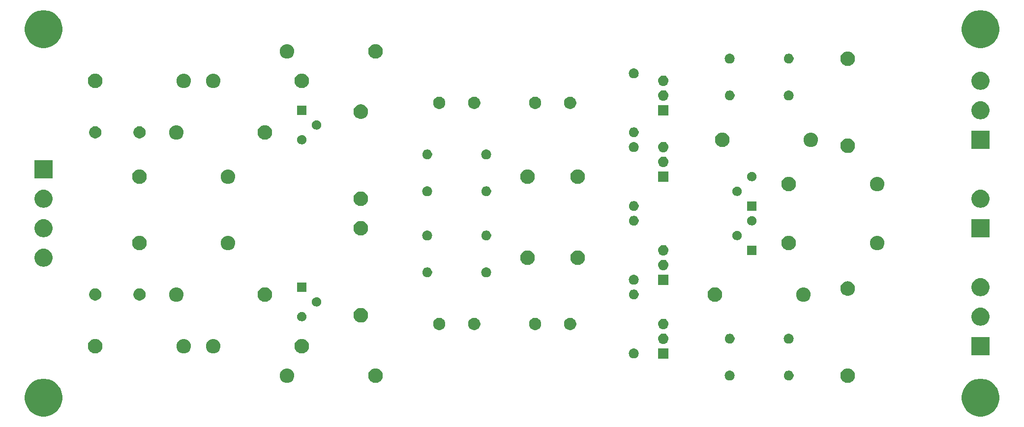
<source format=gbr>
G04 #@! TF.GenerationSoftware,KiCad,Pcbnew,(5.1.4-0-10_14)*
G04 #@! TF.CreationDate,2019-09-24T11:42:35-07:00*
G04 #@! TF.ProjectId,STPre6080PCB,53545072-6536-4303-9830-5043422e6b69,1.0*
G04 #@! TF.SameCoordinates,Original*
G04 #@! TF.FileFunction,Soldermask,Top*
G04 #@! TF.FilePolarity,Negative*
%FSLAX46Y46*%
G04 Gerber Fmt 4.6, Leading zero omitted, Abs format (unit mm)*
G04 Created by KiCad (PCBNEW (5.1.4-0-10_14)) date 2019-09-24 11:42:35*
%MOMM*%
%LPD*%
G04 APERTURE LIST*
%ADD10C,0.100000*%
G04 APERTURE END LIST*
D10*
G36*
X206374239Y-144131467D02*
G01*
X206688282Y-144193934D01*
X207279926Y-144439001D01*
X207812392Y-144794784D01*
X208265216Y-145247608D01*
X208620999Y-145780074D01*
X208866066Y-146371718D01*
X208991000Y-146999804D01*
X208991000Y-147640196D01*
X208866066Y-148268282D01*
X208620999Y-148859926D01*
X208265216Y-149392392D01*
X207812392Y-149845216D01*
X207279926Y-150200999D01*
X206688282Y-150446066D01*
X206374239Y-150508533D01*
X206060197Y-150571000D01*
X205419803Y-150571000D01*
X205105761Y-150508533D01*
X204791718Y-150446066D01*
X204200074Y-150200999D01*
X203667608Y-149845216D01*
X203214784Y-149392392D01*
X202859001Y-148859926D01*
X202613934Y-148268282D01*
X202489000Y-147640196D01*
X202489000Y-146999804D01*
X202613934Y-146371718D01*
X202859001Y-145780074D01*
X203214784Y-145247608D01*
X203667608Y-144794784D01*
X204200074Y-144439001D01*
X204791718Y-144193934D01*
X205105761Y-144131467D01*
X205419803Y-144069000D01*
X206060197Y-144069000D01*
X206374239Y-144131467D01*
X206374239Y-144131467D01*
G37*
G36*
X45084239Y-144131467D02*
G01*
X45398282Y-144193934D01*
X45989926Y-144439001D01*
X46522392Y-144794784D01*
X46975216Y-145247608D01*
X47330999Y-145780074D01*
X47576066Y-146371718D01*
X47701000Y-146999804D01*
X47701000Y-147640196D01*
X47576066Y-148268282D01*
X47330999Y-148859926D01*
X46975216Y-149392392D01*
X46522392Y-149845216D01*
X45989926Y-150200999D01*
X45398282Y-150446066D01*
X45084239Y-150508533D01*
X44770197Y-150571000D01*
X44129803Y-150571000D01*
X43815761Y-150508533D01*
X43501718Y-150446066D01*
X42910074Y-150200999D01*
X42377608Y-149845216D01*
X41924784Y-149392392D01*
X41569001Y-148859926D01*
X41323934Y-148268282D01*
X41199000Y-147640196D01*
X41199000Y-146999804D01*
X41323934Y-146371718D01*
X41569001Y-145780074D01*
X41924784Y-145247608D01*
X42377608Y-144794784D01*
X42910074Y-144439001D01*
X43501718Y-144193934D01*
X43815761Y-144131467D01*
X44129803Y-144069000D01*
X44770197Y-144069000D01*
X45084239Y-144131467D01*
X45084239Y-144131467D01*
G37*
G36*
X183244903Y-142307075D02*
G01*
X183345236Y-142348634D01*
X183472571Y-142401378D01*
X183677466Y-142538285D01*
X183851715Y-142712534D01*
X183917922Y-142811620D01*
X183988623Y-142917431D01*
X184082925Y-143145097D01*
X184131000Y-143386786D01*
X184131000Y-143633214D01*
X184122325Y-143676825D01*
X184082925Y-143874903D01*
X183988622Y-144102571D01*
X183851715Y-144307466D01*
X183677466Y-144481715D01*
X183472571Y-144618622D01*
X183472570Y-144618623D01*
X183472569Y-144618623D01*
X183244903Y-144712925D01*
X183003214Y-144761000D01*
X182756786Y-144761000D01*
X182515097Y-144712925D01*
X182287431Y-144618623D01*
X182287430Y-144618623D01*
X182287429Y-144618622D01*
X182082534Y-144481715D01*
X181908285Y-144307466D01*
X181771378Y-144102571D01*
X181677075Y-143874903D01*
X181637675Y-143676825D01*
X181629000Y-143633214D01*
X181629000Y-143386786D01*
X181677075Y-143145097D01*
X181771377Y-142917431D01*
X181842078Y-142811620D01*
X181908285Y-142712534D01*
X182082534Y-142538285D01*
X182287429Y-142401378D01*
X182414765Y-142348634D01*
X182515097Y-142307075D01*
X182756786Y-142259000D01*
X183003214Y-142259000D01*
X183244903Y-142307075D01*
X183244903Y-142307075D01*
G37*
G36*
X101964903Y-142307075D02*
G01*
X102065236Y-142348634D01*
X102192571Y-142401378D01*
X102397466Y-142538285D01*
X102571715Y-142712534D01*
X102637922Y-142811620D01*
X102708623Y-142917431D01*
X102802925Y-143145097D01*
X102851000Y-143386786D01*
X102851000Y-143633214D01*
X102842325Y-143676825D01*
X102802925Y-143874903D01*
X102708622Y-144102571D01*
X102571715Y-144307466D01*
X102397466Y-144481715D01*
X102192571Y-144618622D01*
X102192570Y-144618623D01*
X102192569Y-144618623D01*
X101964903Y-144712925D01*
X101723214Y-144761000D01*
X101476786Y-144761000D01*
X101235097Y-144712925D01*
X101007431Y-144618623D01*
X101007430Y-144618623D01*
X101007429Y-144618622D01*
X100802534Y-144481715D01*
X100628285Y-144307466D01*
X100491378Y-144102571D01*
X100397075Y-143874903D01*
X100357675Y-143676825D01*
X100349000Y-143633214D01*
X100349000Y-143386786D01*
X100397075Y-143145097D01*
X100491377Y-142917431D01*
X100562078Y-142811620D01*
X100628285Y-142712534D01*
X100802534Y-142538285D01*
X101007429Y-142401378D01*
X101134765Y-142348634D01*
X101235097Y-142307075D01*
X101476786Y-142259000D01*
X101723214Y-142259000D01*
X101964903Y-142307075D01*
X101964903Y-142307075D01*
G37*
G36*
X86605239Y-142277101D02*
G01*
X86841053Y-142348634D01*
X87058381Y-142464799D01*
X87248871Y-142621129D01*
X87405201Y-142811619D01*
X87521366Y-143028947D01*
X87592899Y-143264761D01*
X87617053Y-143510000D01*
X87592899Y-143755239D01*
X87521366Y-143991053D01*
X87405201Y-144208381D01*
X87248871Y-144398871D01*
X87058381Y-144555201D01*
X86841053Y-144671366D01*
X86605239Y-144742899D01*
X86421457Y-144761000D01*
X86298543Y-144761000D01*
X86114761Y-144742899D01*
X85878947Y-144671366D01*
X85661619Y-144555201D01*
X85471129Y-144398871D01*
X85314799Y-144208381D01*
X85198634Y-143991053D01*
X85127101Y-143755239D01*
X85102947Y-143510000D01*
X85127101Y-143264761D01*
X85198634Y-143028947D01*
X85314799Y-142811619D01*
X85471129Y-142621129D01*
X85661619Y-142464799D01*
X85878947Y-142348634D01*
X86114761Y-142277101D01*
X86298543Y-142259000D01*
X86421457Y-142259000D01*
X86605239Y-142277101D01*
X86605239Y-142277101D01*
G37*
G36*
X172968228Y-142691703D02*
G01*
X173123100Y-142755853D01*
X173262481Y-142848985D01*
X173381015Y-142967519D01*
X173474147Y-143106900D01*
X173538297Y-143261772D01*
X173571000Y-143426184D01*
X173571000Y-143593816D01*
X173538297Y-143758228D01*
X173474147Y-143913100D01*
X173381015Y-144052481D01*
X173262481Y-144171015D01*
X173123100Y-144264147D01*
X172968228Y-144328297D01*
X172803816Y-144361000D01*
X172636184Y-144361000D01*
X172471772Y-144328297D01*
X172316900Y-144264147D01*
X172177519Y-144171015D01*
X172058985Y-144052481D01*
X171965853Y-143913100D01*
X171901703Y-143758228D01*
X171869000Y-143593816D01*
X171869000Y-143426184D01*
X171901703Y-143261772D01*
X171965853Y-143106900D01*
X172058985Y-142967519D01*
X172177519Y-142848985D01*
X172316900Y-142755853D01*
X172471772Y-142691703D01*
X172636184Y-142659000D01*
X172803816Y-142659000D01*
X172968228Y-142691703D01*
X172968228Y-142691703D01*
G37*
G36*
X162726823Y-142671313D02*
G01*
X162887242Y-142719976D01*
X162954361Y-142755852D01*
X163035078Y-142798996D01*
X163164659Y-142905341D01*
X163271004Y-143034922D01*
X163271005Y-143034924D01*
X163350024Y-143182758D01*
X163398687Y-143343177D01*
X163415117Y-143510000D01*
X163398687Y-143676823D01*
X163350024Y-143837242D01*
X163309477Y-143913100D01*
X163271004Y-143985078D01*
X163164659Y-144114659D01*
X163035078Y-144221004D01*
X163035076Y-144221005D01*
X162887242Y-144300024D01*
X162726823Y-144348687D01*
X162601804Y-144361000D01*
X162518196Y-144361000D01*
X162393177Y-144348687D01*
X162232758Y-144300024D01*
X162084924Y-144221005D01*
X162084922Y-144221004D01*
X161955341Y-144114659D01*
X161848996Y-143985078D01*
X161810523Y-143913100D01*
X161769976Y-143837242D01*
X161721313Y-143676823D01*
X161704883Y-143510000D01*
X161721313Y-143343177D01*
X161769976Y-143182758D01*
X161848995Y-143034924D01*
X161848996Y-143034922D01*
X161955341Y-142905341D01*
X162084922Y-142798996D01*
X162165639Y-142755852D01*
X162232758Y-142719976D01*
X162393177Y-142671313D01*
X162518196Y-142659000D01*
X162601804Y-142659000D01*
X162726823Y-142671313D01*
X162726823Y-142671313D01*
G37*
G36*
X152031000Y-140601000D02*
G01*
X150229000Y-140601000D01*
X150229000Y-138799000D01*
X152031000Y-138799000D01*
X152031000Y-140601000D01*
X152031000Y-140601000D01*
G37*
G36*
X146216823Y-138861313D02*
G01*
X146377242Y-138909976D01*
X146509906Y-138980886D01*
X146525078Y-138988996D01*
X146654659Y-139095341D01*
X146761004Y-139224922D01*
X146761005Y-139224924D01*
X146840024Y-139372758D01*
X146888687Y-139533177D01*
X146905117Y-139700000D01*
X146888687Y-139866823D01*
X146840024Y-140027242D01*
X146769114Y-140159906D01*
X146761004Y-140175078D01*
X146654659Y-140304659D01*
X146525078Y-140411004D01*
X146525076Y-140411005D01*
X146377242Y-140490024D01*
X146216823Y-140538687D01*
X146091804Y-140551000D01*
X146008196Y-140551000D01*
X145883177Y-140538687D01*
X145722758Y-140490024D01*
X145574924Y-140411005D01*
X145574922Y-140411004D01*
X145445341Y-140304659D01*
X145338996Y-140175078D01*
X145330886Y-140159906D01*
X145259976Y-140027242D01*
X145211313Y-139866823D01*
X145194883Y-139700000D01*
X145211313Y-139533177D01*
X145259976Y-139372758D01*
X145338995Y-139224924D01*
X145338996Y-139224922D01*
X145445341Y-139095341D01*
X145574922Y-138988996D01*
X145590094Y-138980886D01*
X145722758Y-138909976D01*
X145883177Y-138861313D01*
X146008196Y-138849000D01*
X146091804Y-138849000D01*
X146216823Y-138861313D01*
X146216823Y-138861313D01*
G37*
G36*
X207291000Y-139981000D02*
G01*
X204189000Y-139981000D01*
X204189000Y-136879000D01*
X207291000Y-136879000D01*
X207291000Y-139981000D01*
X207291000Y-139981000D01*
G37*
G36*
X73905239Y-137197101D02*
G01*
X74141053Y-137268634D01*
X74358381Y-137384799D01*
X74548871Y-137541129D01*
X74705201Y-137731619D01*
X74821366Y-137948947D01*
X74892899Y-138184761D01*
X74917053Y-138430000D01*
X74892899Y-138675239D01*
X74821366Y-138911053D01*
X74705201Y-139128381D01*
X74548871Y-139318871D01*
X74358381Y-139475201D01*
X74141053Y-139591366D01*
X73905239Y-139662899D01*
X73721457Y-139681000D01*
X73598543Y-139681000D01*
X73414761Y-139662899D01*
X73178947Y-139591366D01*
X72961619Y-139475201D01*
X72771129Y-139318871D01*
X72614799Y-139128381D01*
X72498634Y-138911053D01*
X72427101Y-138675239D01*
X72402947Y-138430000D01*
X72427101Y-138184761D01*
X72498634Y-137948947D01*
X72614799Y-137731619D01*
X72771129Y-137541129D01*
X72961619Y-137384799D01*
X73178947Y-137268634D01*
X73414761Y-137197101D01*
X73598543Y-137179000D01*
X73721457Y-137179000D01*
X73905239Y-137197101D01*
X73905239Y-137197101D01*
G37*
G36*
X53704903Y-137227075D02*
G01*
X53805236Y-137268634D01*
X53932571Y-137321378D01*
X54137466Y-137458285D01*
X54311715Y-137632534D01*
X54448622Y-137837429D01*
X54542925Y-138065097D01*
X54591000Y-138306787D01*
X54591000Y-138553213D01*
X54542925Y-138794903D01*
X54448622Y-139022571D01*
X54311715Y-139227466D01*
X54137466Y-139401715D01*
X53932571Y-139538622D01*
X53932570Y-139538623D01*
X53932569Y-139538623D01*
X53704903Y-139632925D01*
X53463214Y-139681000D01*
X53216786Y-139681000D01*
X52975097Y-139632925D01*
X52747431Y-139538623D01*
X52747430Y-139538623D01*
X52747429Y-139538622D01*
X52542534Y-139401715D01*
X52368285Y-139227466D01*
X52231378Y-139022571D01*
X52137075Y-138794903D01*
X52089000Y-138553213D01*
X52089000Y-138306787D01*
X52137075Y-138065097D01*
X52231378Y-137837429D01*
X52368285Y-137632534D01*
X52542534Y-137458285D01*
X52747429Y-137321378D01*
X52874765Y-137268634D01*
X52975097Y-137227075D01*
X53216786Y-137179000D01*
X53463214Y-137179000D01*
X53704903Y-137227075D01*
X53704903Y-137227075D01*
G37*
G36*
X68825239Y-137197101D02*
G01*
X69061053Y-137268634D01*
X69278381Y-137384799D01*
X69468871Y-137541129D01*
X69625201Y-137731619D01*
X69741366Y-137948947D01*
X69812899Y-138184761D01*
X69837053Y-138430000D01*
X69812899Y-138675239D01*
X69741366Y-138911053D01*
X69625201Y-139128381D01*
X69468871Y-139318871D01*
X69278381Y-139475201D01*
X69061053Y-139591366D01*
X68825239Y-139662899D01*
X68641457Y-139681000D01*
X68518543Y-139681000D01*
X68334761Y-139662899D01*
X68098947Y-139591366D01*
X67881619Y-139475201D01*
X67691129Y-139318871D01*
X67534799Y-139128381D01*
X67418634Y-138911053D01*
X67347101Y-138675239D01*
X67322947Y-138430000D01*
X67347101Y-138184761D01*
X67418634Y-137948947D01*
X67534799Y-137731619D01*
X67691129Y-137541129D01*
X67881619Y-137384799D01*
X68098947Y-137268634D01*
X68334761Y-137197101D01*
X68518543Y-137179000D01*
X68641457Y-137179000D01*
X68825239Y-137197101D01*
X68825239Y-137197101D01*
G37*
G36*
X89264903Y-137227075D02*
G01*
X89365236Y-137268634D01*
X89492571Y-137321378D01*
X89697466Y-137458285D01*
X89871715Y-137632534D01*
X90008622Y-137837429D01*
X90102925Y-138065097D01*
X90151000Y-138306787D01*
X90151000Y-138553213D01*
X90102925Y-138794903D01*
X90008622Y-139022571D01*
X89871715Y-139227466D01*
X89697466Y-139401715D01*
X89492571Y-139538622D01*
X89492570Y-139538623D01*
X89492569Y-139538623D01*
X89264903Y-139632925D01*
X89023214Y-139681000D01*
X88776786Y-139681000D01*
X88535097Y-139632925D01*
X88307431Y-139538623D01*
X88307430Y-139538623D01*
X88307429Y-139538622D01*
X88102534Y-139401715D01*
X87928285Y-139227466D01*
X87791378Y-139022571D01*
X87697075Y-138794903D01*
X87649000Y-138553213D01*
X87649000Y-138306787D01*
X87697075Y-138065097D01*
X87791378Y-137837429D01*
X87928285Y-137632534D01*
X88102534Y-137458285D01*
X88307429Y-137321378D01*
X88434765Y-137268634D01*
X88535097Y-137227075D01*
X88776786Y-137179000D01*
X89023214Y-137179000D01*
X89264903Y-137227075D01*
X89264903Y-137227075D01*
G37*
G36*
X151240443Y-136265519D02*
G01*
X151306627Y-136272037D01*
X151476466Y-136323557D01*
X151632991Y-136407222D01*
X151668729Y-136436552D01*
X151770186Y-136519814D01*
X151850369Y-136617519D01*
X151882778Y-136657009D01*
X151966443Y-136813534D01*
X152017963Y-136983373D01*
X152035359Y-137160000D01*
X152017963Y-137336627D01*
X151966443Y-137506466D01*
X151882778Y-137662991D01*
X151853448Y-137698729D01*
X151770186Y-137800186D01*
X151668729Y-137883448D01*
X151632991Y-137912778D01*
X151476466Y-137996443D01*
X151306627Y-138047963D01*
X151240442Y-138054482D01*
X151174260Y-138061000D01*
X151085740Y-138061000D01*
X151019558Y-138054482D01*
X150953373Y-138047963D01*
X150783534Y-137996443D01*
X150627009Y-137912778D01*
X150591271Y-137883448D01*
X150489814Y-137800186D01*
X150406552Y-137698729D01*
X150377222Y-137662991D01*
X150293557Y-137506466D01*
X150242037Y-137336627D01*
X150224641Y-137160000D01*
X150242037Y-136983373D01*
X150293557Y-136813534D01*
X150377222Y-136657009D01*
X150409631Y-136617519D01*
X150489814Y-136519814D01*
X150591271Y-136436552D01*
X150627009Y-136407222D01*
X150783534Y-136323557D01*
X150953373Y-136272037D01*
X151019557Y-136265519D01*
X151085740Y-136259000D01*
X151174260Y-136259000D01*
X151240443Y-136265519D01*
X151240443Y-136265519D01*
G37*
G36*
X172886823Y-136321313D02*
G01*
X173047242Y-136369976D01*
X173114361Y-136405852D01*
X173195078Y-136448996D01*
X173324659Y-136555341D01*
X173431004Y-136684922D01*
X173431005Y-136684924D01*
X173510024Y-136832758D01*
X173558687Y-136993177D01*
X173575117Y-137160000D01*
X173558687Y-137326823D01*
X173510024Y-137487242D01*
X173469477Y-137563100D01*
X173431004Y-137635078D01*
X173324659Y-137764659D01*
X173195078Y-137871004D01*
X173195076Y-137871005D01*
X173047242Y-137950024D01*
X172886823Y-137998687D01*
X172761804Y-138011000D01*
X172678196Y-138011000D01*
X172553177Y-137998687D01*
X172392758Y-137950024D01*
X172244924Y-137871005D01*
X172244922Y-137871004D01*
X172115341Y-137764659D01*
X172008996Y-137635078D01*
X171970523Y-137563100D01*
X171929976Y-137487242D01*
X171881313Y-137326823D01*
X171864883Y-137160000D01*
X171881313Y-136993177D01*
X171929976Y-136832758D01*
X172008995Y-136684924D01*
X172008996Y-136684922D01*
X172115341Y-136555341D01*
X172244922Y-136448996D01*
X172325639Y-136405852D01*
X172392758Y-136369976D01*
X172553177Y-136321313D01*
X172678196Y-136309000D01*
X172761804Y-136309000D01*
X172886823Y-136321313D01*
X172886823Y-136321313D01*
G37*
G36*
X162808228Y-136341703D02*
G01*
X162963100Y-136405853D01*
X163102481Y-136498985D01*
X163221015Y-136617519D01*
X163314147Y-136756900D01*
X163378297Y-136911772D01*
X163411000Y-137076184D01*
X163411000Y-137243816D01*
X163378297Y-137408228D01*
X163314147Y-137563100D01*
X163221015Y-137702481D01*
X163102481Y-137821015D01*
X162963100Y-137914147D01*
X162808228Y-137978297D01*
X162643816Y-138011000D01*
X162476184Y-138011000D01*
X162311772Y-137978297D01*
X162156900Y-137914147D01*
X162017519Y-137821015D01*
X161898985Y-137702481D01*
X161805853Y-137563100D01*
X161741703Y-137408228D01*
X161709000Y-137243816D01*
X161709000Y-137076184D01*
X161741703Y-136911772D01*
X161805853Y-136756900D01*
X161898985Y-136617519D01*
X162017519Y-136498985D01*
X162156900Y-136405853D01*
X162311772Y-136341703D01*
X162476184Y-136309000D01*
X162643816Y-136309000D01*
X162808228Y-136341703D01*
X162808228Y-136341703D01*
G37*
G36*
X112866564Y-133609389D02*
G01*
X113057833Y-133688615D01*
X113057835Y-133688616D01*
X113229973Y-133803635D01*
X113376365Y-133950027D01*
X113490084Y-134120219D01*
X113491385Y-134122167D01*
X113570611Y-134313436D01*
X113611000Y-134516484D01*
X113611000Y-134723516D01*
X113570611Y-134926564D01*
X113554083Y-134966466D01*
X113491384Y-135117835D01*
X113376365Y-135289973D01*
X113229973Y-135436365D01*
X113057835Y-135551384D01*
X113057834Y-135551385D01*
X113057833Y-135551385D01*
X112866564Y-135630611D01*
X112663516Y-135671000D01*
X112456484Y-135671000D01*
X112253436Y-135630611D01*
X112062167Y-135551385D01*
X112062166Y-135551385D01*
X112062165Y-135551384D01*
X111890027Y-135436365D01*
X111743635Y-135289973D01*
X111628616Y-135117835D01*
X111565917Y-134966466D01*
X111549389Y-134926564D01*
X111509000Y-134723516D01*
X111509000Y-134516484D01*
X111549389Y-134313436D01*
X111628615Y-134122167D01*
X111629917Y-134120219D01*
X111743635Y-133950027D01*
X111890027Y-133803635D01*
X112062165Y-133688616D01*
X112062167Y-133688615D01*
X112253436Y-133609389D01*
X112456484Y-133569000D01*
X112663516Y-133569000D01*
X112866564Y-133609389D01*
X112866564Y-133609389D01*
G37*
G36*
X118886564Y-133609389D02*
G01*
X119077833Y-133688615D01*
X119077835Y-133688616D01*
X119249973Y-133803635D01*
X119396365Y-133950027D01*
X119510084Y-134120219D01*
X119511385Y-134122167D01*
X119590611Y-134313436D01*
X119631000Y-134516484D01*
X119631000Y-134723516D01*
X119590611Y-134926564D01*
X119574083Y-134966466D01*
X119511384Y-135117835D01*
X119396365Y-135289973D01*
X119249973Y-135436365D01*
X119077835Y-135551384D01*
X119077834Y-135551385D01*
X119077833Y-135551385D01*
X118886564Y-135630611D01*
X118683516Y-135671000D01*
X118476484Y-135671000D01*
X118273436Y-135630611D01*
X118082167Y-135551385D01*
X118082166Y-135551385D01*
X118082165Y-135551384D01*
X117910027Y-135436365D01*
X117763635Y-135289973D01*
X117648616Y-135117835D01*
X117585917Y-134966466D01*
X117569389Y-134926564D01*
X117529000Y-134723516D01*
X117529000Y-134516484D01*
X117569389Y-134313436D01*
X117648615Y-134122167D01*
X117649917Y-134120219D01*
X117763635Y-133950027D01*
X117910027Y-133803635D01*
X118082165Y-133688616D01*
X118082167Y-133688615D01*
X118273436Y-133609389D01*
X118476484Y-133569000D01*
X118683516Y-133569000D01*
X118886564Y-133609389D01*
X118886564Y-133609389D01*
G37*
G36*
X129376564Y-133609389D02*
G01*
X129567833Y-133688615D01*
X129567835Y-133688616D01*
X129739973Y-133803635D01*
X129886365Y-133950027D01*
X130000084Y-134120219D01*
X130001385Y-134122167D01*
X130080611Y-134313436D01*
X130121000Y-134516484D01*
X130121000Y-134723516D01*
X130080611Y-134926564D01*
X130064083Y-134966466D01*
X130001384Y-135117835D01*
X129886365Y-135289973D01*
X129739973Y-135436365D01*
X129567835Y-135551384D01*
X129567834Y-135551385D01*
X129567833Y-135551385D01*
X129376564Y-135630611D01*
X129173516Y-135671000D01*
X128966484Y-135671000D01*
X128763436Y-135630611D01*
X128572167Y-135551385D01*
X128572166Y-135551385D01*
X128572165Y-135551384D01*
X128400027Y-135436365D01*
X128253635Y-135289973D01*
X128138616Y-135117835D01*
X128075917Y-134966466D01*
X128059389Y-134926564D01*
X128019000Y-134723516D01*
X128019000Y-134516484D01*
X128059389Y-134313436D01*
X128138615Y-134122167D01*
X128139917Y-134120219D01*
X128253635Y-133950027D01*
X128400027Y-133803635D01*
X128572165Y-133688616D01*
X128572167Y-133688615D01*
X128763436Y-133609389D01*
X128966484Y-133569000D01*
X129173516Y-133569000D01*
X129376564Y-133609389D01*
X129376564Y-133609389D01*
G37*
G36*
X135396564Y-133609389D02*
G01*
X135587833Y-133688615D01*
X135587835Y-133688616D01*
X135759973Y-133803635D01*
X135906365Y-133950027D01*
X136020084Y-134120219D01*
X136021385Y-134122167D01*
X136100611Y-134313436D01*
X136141000Y-134516484D01*
X136141000Y-134723516D01*
X136100611Y-134926564D01*
X136084083Y-134966466D01*
X136021384Y-135117835D01*
X135906365Y-135289973D01*
X135759973Y-135436365D01*
X135587835Y-135551384D01*
X135587834Y-135551385D01*
X135587833Y-135551385D01*
X135396564Y-135630611D01*
X135193516Y-135671000D01*
X134986484Y-135671000D01*
X134783436Y-135630611D01*
X134592167Y-135551385D01*
X134592166Y-135551385D01*
X134592165Y-135551384D01*
X134420027Y-135436365D01*
X134273635Y-135289973D01*
X134158616Y-135117835D01*
X134095917Y-134966466D01*
X134079389Y-134926564D01*
X134039000Y-134723516D01*
X134039000Y-134516484D01*
X134079389Y-134313436D01*
X134158615Y-134122167D01*
X134159917Y-134120219D01*
X134273635Y-133950027D01*
X134420027Y-133803635D01*
X134592165Y-133688616D01*
X134592167Y-133688615D01*
X134783436Y-133609389D01*
X134986484Y-133569000D01*
X135193516Y-133569000D01*
X135396564Y-133609389D01*
X135396564Y-133609389D01*
G37*
G36*
X151240443Y-133725519D02*
G01*
X151306627Y-133732037D01*
X151476466Y-133783557D01*
X151632991Y-133867222D01*
X151668729Y-133896552D01*
X151770186Y-133979814D01*
X151835858Y-134059837D01*
X151882778Y-134117009D01*
X151966443Y-134273534D01*
X152017963Y-134443373D01*
X152035359Y-134620000D01*
X152017963Y-134796627D01*
X151966443Y-134966466D01*
X151882778Y-135122991D01*
X151853448Y-135158729D01*
X151770186Y-135260186D01*
X151668729Y-135343448D01*
X151632991Y-135372778D01*
X151476466Y-135456443D01*
X151306627Y-135507963D01*
X151240443Y-135514481D01*
X151174260Y-135521000D01*
X151085740Y-135521000D01*
X151019557Y-135514481D01*
X150953373Y-135507963D01*
X150783534Y-135456443D01*
X150627009Y-135372778D01*
X150591271Y-135343448D01*
X150489814Y-135260186D01*
X150406552Y-135158729D01*
X150377222Y-135122991D01*
X150293557Y-134966466D01*
X150242037Y-134796627D01*
X150224641Y-134620000D01*
X150242037Y-134443373D01*
X150293557Y-134273534D01*
X150377222Y-134117009D01*
X150424142Y-134059837D01*
X150489814Y-133979814D01*
X150591271Y-133896552D01*
X150627009Y-133867222D01*
X150783534Y-133783557D01*
X150953373Y-133732037D01*
X151019557Y-133725519D01*
X151085740Y-133719000D01*
X151174260Y-133719000D01*
X151240443Y-133725519D01*
X151240443Y-133725519D01*
G37*
G36*
X206042585Y-131828802D02*
G01*
X206192410Y-131858604D01*
X206474674Y-131975521D01*
X206728705Y-132145259D01*
X206944741Y-132361295D01*
X207114479Y-132615326D01*
X207231396Y-132897590D01*
X207291000Y-133197240D01*
X207291000Y-133502760D01*
X207231396Y-133802410D01*
X207114479Y-134084674D01*
X206944741Y-134338705D01*
X206728705Y-134554741D01*
X206474674Y-134724479D01*
X206192410Y-134841396D01*
X206042585Y-134871198D01*
X205892761Y-134901000D01*
X205587239Y-134901000D01*
X205437415Y-134871198D01*
X205287590Y-134841396D01*
X205005326Y-134724479D01*
X204751295Y-134554741D01*
X204535259Y-134338705D01*
X204365521Y-134084674D01*
X204248604Y-133802410D01*
X204189000Y-133502760D01*
X204189000Y-133197240D01*
X204248604Y-132897590D01*
X204365521Y-132615326D01*
X204535259Y-132361295D01*
X204751295Y-132145259D01*
X205005326Y-131975521D01*
X205287590Y-131858604D01*
X205437415Y-131828802D01*
X205587239Y-131799000D01*
X205892761Y-131799000D01*
X206042585Y-131828802D01*
X206042585Y-131828802D01*
G37*
G36*
X99424903Y-131907075D02*
G01*
X99652571Y-132001378D01*
X99857466Y-132138285D01*
X100031715Y-132312534D01*
X100031716Y-132312536D01*
X100168623Y-132517431D01*
X100262925Y-132745097D01*
X100311000Y-132986786D01*
X100311000Y-133233214D01*
X100262925Y-133474903D01*
X100174403Y-133688616D01*
X100168622Y-133702571D01*
X100031715Y-133907466D01*
X99857466Y-134081715D01*
X99652571Y-134218622D01*
X99652570Y-134218623D01*
X99652569Y-134218623D01*
X99424903Y-134312925D01*
X99183214Y-134361000D01*
X98936786Y-134361000D01*
X98695097Y-134312925D01*
X98467431Y-134218623D01*
X98467430Y-134218623D01*
X98467429Y-134218622D01*
X98262534Y-134081715D01*
X98088285Y-133907466D01*
X97951378Y-133702571D01*
X97945598Y-133688616D01*
X97857075Y-133474903D01*
X97809000Y-133233214D01*
X97809000Y-132986786D01*
X97857075Y-132745097D01*
X97951377Y-132517431D01*
X98088284Y-132312536D01*
X98088285Y-132312534D01*
X98262534Y-132138285D01*
X98467429Y-132001378D01*
X98695097Y-131907075D01*
X98936786Y-131859000D01*
X99183214Y-131859000D01*
X99424903Y-131907075D01*
X99424903Y-131907075D01*
G37*
G36*
X89133642Y-132579781D02*
G01*
X89279414Y-132640162D01*
X89279416Y-132640163D01*
X89410608Y-132727822D01*
X89522178Y-132839392D01*
X89561064Y-132897590D01*
X89609838Y-132970586D01*
X89670219Y-133116358D01*
X89701000Y-133271107D01*
X89701000Y-133428893D01*
X89670219Y-133583642D01*
X89609838Y-133729414D01*
X89609837Y-133729416D01*
X89522178Y-133860608D01*
X89410608Y-133972178D01*
X89279416Y-134059837D01*
X89279415Y-134059838D01*
X89279414Y-134059838D01*
X89133642Y-134120219D01*
X88978893Y-134151000D01*
X88821107Y-134151000D01*
X88666358Y-134120219D01*
X88520586Y-134059838D01*
X88520585Y-134059838D01*
X88520584Y-134059837D01*
X88389392Y-133972178D01*
X88277822Y-133860608D01*
X88190163Y-133729416D01*
X88190162Y-133729414D01*
X88129781Y-133583642D01*
X88099000Y-133428893D01*
X88099000Y-133271107D01*
X88129781Y-133116358D01*
X88190162Y-132970586D01*
X88238936Y-132897590D01*
X88277822Y-132839392D01*
X88389392Y-132727822D01*
X88520584Y-132640163D01*
X88520586Y-132640162D01*
X88666358Y-132579781D01*
X88821107Y-132549000D01*
X88978893Y-132549000D01*
X89133642Y-132579781D01*
X89133642Y-132579781D01*
G37*
G36*
X91673642Y-130039781D02*
G01*
X91776728Y-130082481D01*
X91819416Y-130100163D01*
X91950608Y-130187822D01*
X92062178Y-130299392D01*
X92148692Y-130428871D01*
X92149838Y-130430586D01*
X92210219Y-130576358D01*
X92241000Y-130731107D01*
X92241000Y-130888893D01*
X92210219Y-131043642D01*
X92149838Y-131189414D01*
X92149837Y-131189416D01*
X92062178Y-131320608D01*
X91950608Y-131432178D01*
X91819416Y-131519837D01*
X91819415Y-131519838D01*
X91819414Y-131519838D01*
X91673642Y-131580219D01*
X91518893Y-131611000D01*
X91361107Y-131611000D01*
X91206358Y-131580219D01*
X91060586Y-131519838D01*
X91060585Y-131519838D01*
X91060584Y-131519837D01*
X90929392Y-131432178D01*
X90817822Y-131320608D01*
X90730163Y-131189416D01*
X90730162Y-131189414D01*
X90669781Y-131043642D01*
X90639000Y-130888893D01*
X90639000Y-130731107D01*
X90669781Y-130576358D01*
X90730162Y-130430586D01*
X90731308Y-130428871D01*
X90817822Y-130299392D01*
X90929392Y-130187822D01*
X91060584Y-130100163D01*
X91103272Y-130082481D01*
X91206358Y-130039781D01*
X91361107Y-130009000D01*
X91518893Y-130009000D01*
X91673642Y-130039781D01*
X91673642Y-130039781D01*
G37*
G36*
X82914903Y-128337075D02*
G01*
X83121766Y-128422760D01*
X83142571Y-128431378D01*
X83347466Y-128568285D01*
X83521715Y-128742534D01*
X83658622Y-128947429D01*
X83752925Y-129175097D01*
X83801000Y-129416787D01*
X83801000Y-129663213D01*
X83752925Y-129904903D01*
X83658622Y-130132571D01*
X83521715Y-130337466D01*
X83347466Y-130511715D01*
X83142571Y-130648622D01*
X83142570Y-130648623D01*
X83142569Y-130648623D01*
X82914903Y-130742925D01*
X82673214Y-130791000D01*
X82426786Y-130791000D01*
X82185097Y-130742925D01*
X81957431Y-130648623D01*
X81957430Y-130648623D01*
X81957429Y-130648622D01*
X81752534Y-130511715D01*
X81578285Y-130337466D01*
X81441378Y-130132571D01*
X81347075Y-129904903D01*
X81299000Y-129663213D01*
X81299000Y-129416787D01*
X81347075Y-129175097D01*
X81441378Y-128947429D01*
X81578285Y-128742534D01*
X81752534Y-128568285D01*
X81957429Y-128431378D01*
X81978235Y-128422760D01*
X82185097Y-128337075D01*
X82426786Y-128289000D01*
X82673214Y-128289000D01*
X82914903Y-128337075D01*
X82914903Y-128337075D01*
G37*
G36*
X67555239Y-128307101D02*
G01*
X67791053Y-128378634D01*
X68008381Y-128494799D01*
X68198871Y-128651129D01*
X68355201Y-128841619D01*
X68471366Y-129058947D01*
X68542899Y-129294761D01*
X68567053Y-129540000D01*
X68542899Y-129785239D01*
X68471366Y-130021053D01*
X68355201Y-130238381D01*
X68198871Y-130428871D01*
X68008381Y-130585201D01*
X67791053Y-130701366D01*
X67555239Y-130772899D01*
X67371457Y-130791000D01*
X67248543Y-130791000D01*
X67064761Y-130772899D01*
X66828947Y-130701366D01*
X66611619Y-130585201D01*
X66421129Y-130428871D01*
X66264799Y-130238381D01*
X66148634Y-130021053D01*
X66077101Y-129785239D01*
X66052947Y-129540000D01*
X66077101Y-129294761D01*
X66148634Y-129058947D01*
X66264799Y-128841619D01*
X66421129Y-128651129D01*
X66611619Y-128494799D01*
X66828947Y-128378634D01*
X67064761Y-128307101D01*
X67248543Y-128289000D01*
X67371457Y-128289000D01*
X67555239Y-128307101D01*
X67555239Y-128307101D01*
G37*
G36*
X160384903Y-128337075D02*
G01*
X160591766Y-128422760D01*
X160612571Y-128431378D01*
X160817466Y-128568285D01*
X160991715Y-128742534D01*
X161128622Y-128947429D01*
X161222925Y-129175097D01*
X161271000Y-129416787D01*
X161271000Y-129663213D01*
X161222925Y-129904903D01*
X161128622Y-130132571D01*
X160991715Y-130337466D01*
X160817466Y-130511715D01*
X160612571Y-130648622D01*
X160612570Y-130648623D01*
X160612569Y-130648623D01*
X160384903Y-130742925D01*
X160143214Y-130791000D01*
X159896786Y-130791000D01*
X159655097Y-130742925D01*
X159427431Y-130648623D01*
X159427430Y-130648623D01*
X159427429Y-130648622D01*
X159222534Y-130511715D01*
X159048285Y-130337466D01*
X158911378Y-130132571D01*
X158817075Y-129904903D01*
X158769000Y-129663213D01*
X158769000Y-129416787D01*
X158817075Y-129175097D01*
X158911378Y-128947429D01*
X159048285Y-128742534D01*
X159222534Y-128568285D01*
X159427429Y-128431378D01*
X159448235Y-128422760D01*
X159655097Y-128337075D01*
X159896786Y-128289000D01*
X160143214Y-128289000D01*
X160384903Y-128337075D01*
X160384903Y-128337075D01*
G37*
G36*
X175505239Y-128307101D02*
G01*
X175741053Y-128378634D01*
X175958381Y-128494799D01*
X176148871Y-128651129D01*
X176305201Y-128841619D01*
X176421366Y-129058947D01*
X176492899Y-129294761D01*
X176517053Y-129540000D01*
X176492899Y-129785239D01*
X176421366Y-130021053D01*
X176305201Y-130238381D01*
X176148871Y-130428871D01*
X175958381Y-130585201D01*
X175741053Y-130701366D01*
X175505239Y-130772899D01*
X175321457Y-130791000D01*
X175198543Y-130791000D01*
X175014761Y-130772899D01*
X174778947Y-130701366D01*
X174561619Y-130585201D01*
X174371129Y-130428871D01*
X174214799Y-130238381D01*
X174098634Y-130021053D01*
X174027101Y-129785239D01*
X174002947Y-129540000D01*
X174027101Y-129294761D01*
X174098634Y-129058947D01*
X174214799Y-128841619D01*
X174371129Y-128651129D01*
X174561619Y-128494799D01*
X174778947Y-128378634D01*
X175014761Y-128307101D01*
X175198543Y-128289000D01*
X175321457Y-128289000D01*
X175505239Y-128307101D01*
X175505239Y-128307101D01*
G37*
G36*
X61266564Y-128529389D02*
G01*
X61457833Y-128608615D01*
X61457835Y-128608616D01*
X61578138Y-128689000D01*
X61629973Y-128723635D01*
X61776365Y-128870027D01*
X61891385Y-129042167D01*
X61970611Y-129233436D01*
X62011000Y-129436484D01*
X62011000Y-129643516D01*
X61970611Y-129846564D01*
X61903328Y-130009000D01*
X61891384Y-130037835D01*
X61776365Y-130209973D01*
X61629973Y-130356365D01*
X61457835Y-130471384D01*
X61457834Y-130471385D01*
X61457833Y-130471385D01*
X61266564Y-130550611D01*
X61063516Y-130591000D01*
X60856484Y-130591000D01*
X60653436Y-130550611D01*
X60462167Y-130471385D01*
X60462166Y-130471385D01*
X60462165Y-130471384D01*
X60290027Y-130356365D01*
X60143635Y-130209973D01*
X60028616Y-130037835D01*
X60016672Y-130009000D01*
X59949389Y-129846564D01*
X59909000Y-129643516D01*
X59909000Y-129436484D01*
X59949389Y-129233436D01*
X60028615Y-129042167D01*
X60143635Y-128870027D01*
X60290027Y-128723635D01*
X60341862Y-128689000D01*
X60462165Y-128608616D01*
X60462167Y-128608615D01*
X60653436Y-128529389D01*
X60856484Y-128489000D01*
X61063516Y-128489000D01*
X61266564Y-128529389D01*
X61266564Y-128529389D01*
G37*
G36*
X53646564Y-128529389D02*
G01*
X53837833Y-128608615D01*
X53837835Y-128608616D01*
X53958138Y-128689000D01*
X54009973Y-128723635D01*
X54156365Y-128870027D01*
X54271385Y-129042167D01*
X54350611Y-129233436D01*
X54391000Y-129436484D01*
X54391000Y-129643516D01*
X54350611Y-129846564D01*
X54283328Y-130009000D01*
X54271384Y-130037835D01*
X54156365Y-130209973D01*
X54009973Y-130356365D01*
X53837835Y-130471384D01*
X53837834Y-130471385D01*
X53837833Y-130471385D01*
X53646564Y-130550611D01*
X53443516Y-130591000D01*
X53236484Y-130591000D01*
X53033436Y-130550611D01*
X52842167Y-130471385D01*
X52842166Y-130471385D01*
X52842165Y-130471384D01*
X52670027Y-130356365D01*
X52523635Y-130209973D01*
X52408616Y-130037835D01*
X52396672Y-130009000D01*
X52329389Y-129846564D01*
X52289000Y-129643516D01*
X52289000Y-129436484D01*
X52329389Y-129233436D01*
X52408615Y-129042167D01*
X52523635Y-128870027D01*
X52670027Y-128723635D01*
X52721862Y-128689000D01*
X52842165Y-128608616D01*
X52842167Y-128608615D01*
X53033436Y-128529389D01*
X53236484Y-128489000D01*
X53443516Y-128489000D01*
X53646564Y-128529389D01*
X53646564Y-128529389D01*
G37*
G36*
X146298228Y-128721703D02*
G01*
X146453100Y-128785853D01*
X146592481Y-128878985D01*
X146711015Y-128997519D01*
X146804147Y-129136900D01*
X146868297Y-129291772D01*
X146901000Y-129456184D01*
X146901000Y-129623816D01*
X146868297Y-129788228D01*
X146804147Y-129943100D01*
X146711015Y-130082481D01*
X146592481Y-130201015D01*
X146453100Y-130294147D01*
X146298228Y-130358297D01*
X146133816Y-130391000D01*
X145966184Y-130391000D01*
X145801772Y-130358297D01*
X145646900Y-130294147D01*
X145507519Y-130201015D01*
X145388985Y-130082481D01*
X145295853Y-129943100D01*
X145231703Y-129788228D01*
X145199000Y-129623816D01*
X145199000Y-129456184D01*
X145231703Y-129291772D01*
X145295853Y-129136900D01*
X145388985Y-128997519D01*
X145507519Y-128878985D01*
X145646900Y-128785853D01*
X145801772Y-128721703D01*
X145966184Y-128689000D01*
X146133816Y-128689000D01*
X146298228Y-128721703D01*
X146298228Y-128721703D01*
G37*
G36*
X206042585Y-126748802D02*
G01*
X206192410Y-126778604D01*
X206474674Y-126895521D01*
X206728705Y-127065259D01*
X206944741Y-127281295D01*
X207114479Y-127535326D01*
X207231396Y-127817590D01*
X207291000Y-128117240D01*
X207291000Y-128422760D01*
X207231396Y-128722410D01*
X207114479Y-129004674D01*
X206944741Y-129258705D01*
X206728705Y-129474741D01*
X206474674Y-129644479D01*
X206192410Y-129761396D01*
X206072553Y-129785237D01*
X205892761Y-129821000D01*
X205587239Y-129821000D01*
X205407447Y-129785237D01*
X205287590Y-129761396D01*
X205005326Y-129644479D01*
X204751295Y-129474741D01*
X204535259Y-129258705D01*
X204365521Y-129004674D01*
X204248604Y-128722410D01*
X204189000Y-128422760D01*
X204189000Y-128117240D01*
X204248604Y-127817590D01*
X204365521Y-127535326D01*
X204535259Y-127281295D01*
X204751295Y-127065259D01*
X205005326Y-126895521D01*
X205287590Y-126778604D01*
X205437415Y-126748802D01*
X205587239Y-126719000D01*
X205892761Y-126719000D01*
X206042585Y-126748802D01*
X206042585Y-126748802D01*
G37*
G36*
X183115298Y-127281295D02*
G01*
X183244903Y-127307075D01*
X183472571Y-127401378D01*
X183677466Y-127538285D01*
X183851715Y-127712534D01*
X183851716Y-127712536D01*
X183988623Y-127917431D01*
X184082925Y-128145097D01*
X184131000Y-128386786D01*
X184131000Y-128633214D01*
X184082925Y-128874903D01*
X184032136Y-128997520D01*
X183988622Y-129102571D01*
X183851715Y-129307466D01*
X183677466Y-129481715D01*
X183472571Y-129618622D01*
X183472570Y-129618623D01*
X183472569Y-129618623D01*
X183244903Y-129712925D01*
X183003214Y-129761000D01*
X182756786Y-129761000D01*
X182515097Y-129712925D01*
X182287431Y-129618623D01*
X182287430Y-129618623D01*
X182287429Y-129618622D01*
X182082534Y-129481715D01*
X181908285Y-129307466D01*
X181771378Y-129102571D01*
X181727865Y-128997520D01*
X181677075Y-128874903D01*
X181629000Y-128633214D01*
X181629000Y-128386786D01*
X181677075Y-128145097D01*
X181771377Y-127917431D01*
X181908284Y-127712536D01*
X181908285Y-127712534D01*
X182082534Y-127538285D01*
X182287429Y-127401378D01*
X182515097Y-127307075D01*
X182644702Y-127281295D01*
X182756786Y-127259000D01*
X183003214Y-127259000D01*
X183115298Y-127281295D01*
X183115298Y-127281295D01*
G37*
G36*
X89701000Y-129071000D02*
G01*
X88099000Y-129071000D01*
X88099000Y-127469000D01*
X89701000Y-127469000D01*
X89701000Y-129071000D01*
X89701000Y-129071000D01*
G37*
G36*
X152031000Y-127901000D02*
G01*
X150229000Y-127901000D01*
X150229000Y-126099000D01*
X152031000Y-126099000D01*
X152031000Y-127901000D01*
X152031000Y-127901000D01*
G37*
G36*
X146216823Y-126161313D02*
G01*
X146377242Y-126209976D01*
X146509906Y-126280886D01*
X146525078Y-126288996D01*
X146654659Y-126395341D01*
X146761004Y-126524922D01*
X146761005Y-126524924D01*
X146840024Y-126672758D01*
X146888687Y-126833177D01*
X146905117Y-127000000D01*
X146888687Y-127166823D01*
X146840024Y-127327242D01*
X146800398Y-127401377D01*
X146761004Y-127475078D01*
X146654659Y-127604659D01*
X146525078Y-127711004D01*
X146522212Y-127712536D01*
X146377242Y-127790024D01*
X146216823Y-127838687D01*
X146091804Y-127851000D01*
X146008196Y-127851000D01*
X145883177Y-127838687D01*
X145722758Y-127790024D01*
X145577788Y-127712536D01*
X145574922Y-127711004D01*
X145445341Y-127604659D01*
X145338996Y-127475078D01*
X145299602Y-127401377D01*
X145259976Y-127327242D01*
X145211313Y-127166823D01*
X145194883Y-127000000D01*
X145211313Y-126833177D01*
X145259976Y-126672758D01*
X145338995Y-126524924D01*
X145338996Y-126524922D01*
X145445341Y-126395341D01*
X145574922Y-126288996D01*
X145590094Y-126280886D01*
X145722758Y-126209976D01*
X145883177Y-126161313D01*
X146008196Y-126149000D01*
X146091804Y-126149000D01*
X146216823Y-126161313D01*
X146216823Y-126161313D01*
G37*
G36*
X120816823Y-124891313D02*
G01*
X120977242Y-124939976D01*
X121044361Y-124975852D01*
X121125078Y-125018996D01*
X121254659Y-125125341D01*
X121361004Y-125254922D01*
X121361005Y-125254924D01*
X121440024Y-125402758D01*
X121488687Y-125563177D01*
X121505117Y-125730000D01*
X121488687Y-125896823D01*
X121440024Y-126057242D01*
X121399477Y-126133100D01*
X121361004Y-126205078D01*
X121254659Y-126334659D01*
X121125078Y-126441004D01*
X121125076Y-126441005D01*
X120977242Y-126520024D01*
X120816823Y-126568687D01*
X120691804Y-126581000D01*
X120608196Y-126581000D01*
X120483177Y-126568687D01*
X120322758Y-126520024D01*
X120174924Y-126441005D01*
X120174922Y-126441004D01*
X120045341Y-126334659D01*
X119938996Y-126205078D01*
X119900523Y-126133100D01*
X119859976Y-126057242D01*
X119811313Y-125896823D01*
X119794883Y-125730000D01*
X119811313Y-125563177D01*
X119859976Y-125402758D01*
X119938995Y-125254924D01*
X119938996Y-125254922D01*
X120045341Y-125125341D01*
X120174922Y-125018996D01*
X120255639Y-124975852D01*
X120322758Y-124939976D01*
X120483177Y-124891313D01*
X120608196Y-124879000D01*
X120691804Y-124879000D01*
X120816823Y-124891313D01*
X120816823Y-124891313D01*
G37*
G36*
X110738228Y-124911703D02*
G01*
X110893100Y-124975853D01*
X111032481Y-125068985D01*
X111151015Y-125187519D01*
X111244147Y-125326900D01*
X111308297Y-125481772D01*
X111341000Y-125646184D01*
X111341000Y-125813816D01*
X111308297Y-125978228D01*
X111244147Y-126133100D01*
X111151015Y-126272481D01*
X111032481Y-126391015D01*
X110893100Y-126484147D01*
X110738228Y-126548297D01*
X110573816Y-126581000D01*
X110406184Y-126581000D01*
X110241772Y-126548297D01*
X110086900Y-126484147D01*
X109947519Y-126391015D01*
X109828985Y-126272481D01*
X109735853Y-126133100D01*
X109671703Y-125978228D01*
X109639000Y-125813816D01*
X109639000Y-125646184D01*
X109671703Y-125481772D01*
X109735853Y-125326900D01*
X109828985Y-125187519D01*
X109947519Y-125068985D01*
X110086900Y-124975853D01*
X110241772Y-124911703D01*
X110406184Y-124879000D01*
X110573816Y-124879000D01*
X110738228Y-124911703D01*
X110738228Y-124911703D01*
G37*
G36*
X151240442Y-123565518D02*
G01*
X151306627Y-123572037D01*
X151476466Y-123623557D01*
X151632991Y-123707222D01*
X151668729Y-123736552D01*
X151770186Y-123819814D01*
X151853448Y-123921271D01*
X151882778Y-123957009D01*
X151966443Y-124113534D01*
X152017963Y-124283373D01*
X152035359Y-124460000D01*
X152017963Y-124636627D01*
X151966443Y-124806466D01*
X151882778Y-124962991D01*
X151872223Y-124975852D01*
X151770186Y-125100186D01*
X151668729Y-125183448D01*
X151632991Y-125212778D01*
X151476466Y-125296443D01*
X151306627Y-125347963D01*
X151240442Y-125354482D01*
X151174260Y-125361000D01*
X151085740Y-125361000D01*
X151019558Y-125354482D01*
X150953373Y-125347963D01*
X150783534Y-125296443D01*
X150627009Y-125212778D01*
X150591271Y-125183448D01*
X150489814Y-125100186D01*
X150387777Y-124975852D01*
X150377222Y-124962991D01*
X150293557Y-124806466D01*
X150242037Y-124636627D01*
X150224641Y-124460000D01*
X150242037Y-124283373D01*
X150293557Y-124113534D01*
X150377222Y-123957009D01*
X150406552Y-123921271D01*
X150489814Y-123819814D01*
X150591271Y-123736552D01*
X150627009Y-123707222D01*
X150783534Y-123623557D01*
X150953373Y-123572037D01*
X151019558Y-123565518D01*
X151085740Y-123559000D01*
X151174260Y-123559000D01*
X151240442Y-123565518D01*
X151240442Y-123565518D01*
G37*
G36*
X44752585Y-121668802D02*
G01*
X44902410Y-121698604D01*
X45184674Y-121815521D01*
X45438705Y-121985259D01*
X45654741Y-122201295D01*
X45824479Y-122455326D01*
X45941396Y-122737590D01*
X46001000Y-123037240D01*
X46001000Y-123342760D01*
X45941396Y-123642410D01*
X45824479Y-123924674D01*
X45654741Y-124178705D01*
X45438705Y-124394741D01*
X45184674Y-124564479D01*
X44902410Y-124681396D01*
X44752585Y-124711198D01*
X44602761Y-124741000D01*
X44297239Y-124741000D01*
X44147415Y-124711198D01*
X43997590Y-124681396D01*
X43715326Y-124564479D01*
X43461295Y-124394741D01*
X43245259Y-124178705D01*
X43075521Y-123924674D01*
X42958604Y-123642410D01*
X42899000Y-123342760D01*
X42899000Y-123037240D01*
X42958604Y-122737590D01*
X43075521Y-122455326D01*
X43245259Y-122201295D01*
X43461295Y-121985259D01*
X43715326Y-121815521D01*
X43997590Y-121698604D01*
X44147415Y-121668802D01*
X44297239Y-121639000D01*
X44602761Y-121639000D01*
X44752585Y-121668802D01*
X44752585Y-121668802D01*
G37*
G36*
X128125773Y-121985259D02*
G01*
X128134903Y-121987075D01*
X128362571Y-122081378D01*
X128567466Y-122218285D01*
X128741715Y-122392534D01*
X128853736Y-122560185D01*
X128878623Y-122597431D01*
X128972925Y-122825097D01*
X129021000Y-123066786D01*
X129021000Y-123313214D01*
X128972925Y-123554903D01*
X128936679Y-123642410D01*
X128878622Y-123782571D01*
X128741715Y-123987466D01*
X128567466Y-124161715D01*
X128362571Y-124298622D01*
X128362570Y-124298623D01*
X128362569Y-124298623D01*
X128134903Y-124392925D01*
X127893214Y-124441000D01*
X127646786Y-124441000D01*
X127405097Y-124392925D01*
X127177431Y-124298623D01*
X127177430Y-124298623D01*
X127177429Y-124298622D01*
X126972534Y-124161715D01*
X126798285Y-123987466D01*
X126661378Y-123782571D01*
X126603322Y-123642410D01*
X126567075Y-123554903D01*
X126519000Y-123313214D01*
X126519000Y-123066786D01*
X126567075Y-122825097D01*
X126661377Y-122597431D01*
X126686264Y-122560185D01*
X126798285Y-122392534D01*
X126972534Y-122218285D01*
X127177429Y-122081378D01*
X127405097Y-121987075D01*
X127414227Y-121985259D01*
X127646786Y-121939000D01*
X127893214Y-121939000D01*
X128125773Y-121985259D01*
X128125773Y-121985259D01*
G37*
G36*
X136745773Y-121985259D02*
G01*
X136754903Y-121987075D01*
X136982571Y-122081378D01*
X137187466Y-122218285D01*
X137361715Y-122392534D01*
X137473736Y-122560185D01*
X137498623Y-122597431D01*
X137592925Y-122825097D01*
X137641000Y-123066786D01*
X137641000Y-123313214D01*
X137592925Y-123554903D01*
X137556679Y-123642410D01*
X137498622Y-123782571D01*
X137361715Y-123987466D01*
X137187466Y-124161715D01*
X136982571Y-124298622D01*
X136982570Y-124298623D01*
X136982569Y-124298623D01*
X136754903Y-124392925D01*
X136513214Y-124441000D01*
X136266786Y-124441000D01*
X136025097Y-124392925D01*
X135797431Y-124298623D01*
X135797430Y-124298623D01*
X135797429Y-124298622D01*
X135592534Y-124161715D01*
X135418285Y-123987466D01*
X135281378Y-123782571D01*
X135223322Y-123642410D01*
X135187075Y-123554903D01*
X135139000Y-123313214D01*
X135139000Y-123066786D01*
X135187075Y-122825097D01*
X135281377Y-122597431D01*
X135306264Y-122560185D01*
X135418285Y-122392534D01*
X135592534Y-122218285D01*
X135797429Y-122081378D01*
X136025097Y-121987075D01*
X136034227Y-121985259D01*
X136266786Y-121939000D01*
X136513214Y-121939000D01*
X136745773Y-121985259D01*
X136745773Y-121985259D01*
G37*
G36*
X151240442Y-121025518D02*
G01*
X151306627Y-121032037D01*
X151476466Y-121083557D01*
X151632991Y-121167222D01*
X151668729Y-121196552D01*
X151770186Y-121279814D01*
X151853448Y-121381271D01*
X151882778Y-121417009D01*
X151966443Y-121573534D01*
X152017963Y-121743373D01*
X152035359Y-121920000D01*
X152017963Y-122096627D01*
X151966443Y-122266466D01*
X151882778Y-122422991D01*
X151853448Y-122458729D01*
X151770186Y-122560186D01*
X151668729Y-122643448D01*
X151632991Y-122672778D01*
X151476466Y-122756443D01*
X151306627Y-122807963D01*
X151240443Y-122814481D01*
X151174260Y-122821000D01*
X151085740Y-122821000D01*
X151019557Y-122814481D01*
X150953373Y-122807963D01*
X150783534Y-122756443D01*
X150627009Y-122672778D01*
X150591271Y-122643448D01*
X150489814Y-122560186D01*
X150406552Y-122458729D01*
X150377222Y-122422991D01*
X150293557Y-122266466D01*
X150242037Y-122096627D01*
X150224641Y-121920000D01*
X150242037Y-121743373D01*
X150293557Y-121573534D01*
X150377222Y-121417009D01*
X150406552Y-121381271D01*
X150489814Y-121279814D01*
X150591271Y-121196552D01*
X150627009Y-121167222D01*
X150783534Y-121083557D01*
X150953373Y-121032037D01*
X151019558Y-121025518D01*
X151085740Y-121019000D01*
X151174260Y-121019000D01*
X151240442Y-121025518D01*
X151240442Y-121025518D01*
G37*
G36*
X167171000Y-122721000D02*
G01*
X165569000Y-122721000D01*
X165569000Y-121119000D01*
X167171000Y-121119000D01*
X167171000Y-122721000D01*
X167171000Y-122721000D01*
G37*
G36*
X61324903Y-119447075D02*
G01*
X61425236Y-119488634D01*
X61552571Y-119541378D01*
X61757466Y-119678285D01*
X61931715Y-119852534D01*
X62068622Y-120057429D01*
X62162925Y-120285097D01*
X62211000Y-120526787D01*
X62211000Y-120773213D01*
X62162925Y-121014903D01*
X62068622Y-121242571D01*
X61931715Y-121447466D01*
X61757466Y-121621715D01*
X61552571Y-121758622D01*
X61552570Y-121758623D01*
X61552569Y-121758623D01*
X61324903Y-121852925D01*
X61083214Y-121901000D01*
X60836786Y-121901000D01*
X60595097Y-121852925D01*
X60367431Y-121758623D01*
X60367430Y-121758623D01*
X60367429Y-121758622D01*
X60162534Y-121621715D01*
X59988285Y-121447466D01*
X59851378Y-121242571D01*
X59757075Y-121014903D01*
X59709000Y-120773213D01*
X59709000Y-120526787D01*
X59757075Y-120285097D01*
X59851378Y-120057429D01*
X59988285Y-119852534D01*
X60162534Y-119678285D01*
X60367429Y-119541378D01*
X60494765Y-119488634D01*
X60595097Y-119447075D01*
X60836786Y-119399000D01*
X61083214Y-119399000D01*
X61324903Y-119447075D01*
X61324903Y-119447075D01*
G37*
G36*
X76445239Y-119417101D02*
G01*
X76681053Y-119488634D01*
X76898381Y-119604799D01*
X77088871Y-119761129D01*
X77245201Y-119951619D01*
X77361366Y-120168947D01*
X77432899Y-120404761D01*
X77457053Y-120650000D01*
X77432899Y-120895239D01*
X77361366Y-121131053D01*
X77245201Y-121348381D01*
X77088871Y-121538871D01*
X76898381Y-121695201D01*
X76681053Y-121811366D01*
X76445239Y-121882899D01*
X76261457Y-121901000D01*
X76138543Y-121901000D01*
X75954761Y-121882899D01*
X75718947Y-121811366D01*
X75501619Y-121695201D01*
X75311129Y-121538871D01*
X75154799Y-121348381D01*
X75038634Y-121131053D01*
X74967101Y-120895239D01*
X74942947Y-120650000D01*
X74967101Y-120404761D01*
X75038634Y-120168947D01*
X75154799Y-119951619D01*
X75311129Y-119761129D01*
X75501619Y-119604799D01*
X75718947Y-119488634D01*
X75954761Y-119417101D01*
X76138543Y-119399000D01*
X76261457Y-119399000D01*
X76445239Y-119417101D01*
X76445239Y-119417101D01*
G37*
G36*
X173084903Y-119447075D02*
G01*
X173185236Y-119488634D01*
X173312571Y-119541378D01*
X173517466Y-119678285D01*
X173691715Y-119852534D01*
X173828622Y-120057429D01*
X173922925Y-120285097D01*
X173971000Y-120526787D01*
X173971000Y-120773213D01*
X173922925Y-121014903D01*
X173828622Y-121242571D01*
X173691715Y-121447466D01*
X173517466Y-121621715D01*
X173312571Y-121758622D01*
X173312570Y-121758623D01*
X173312569Y-121758623D01*
X173084903Y-121852925D01*
X172843214Y-121901000D01*
X172596786Y-121901000D01*
X172355097Y-121852925D01*
X172127431Y-121758623D01*
X172127430Y-121758623D01*
X172127429Y-121758622D01*
X171922534Y-121621715D01*
X171748285Y-121447466D01*
X171611378Y-121242571D01*
X171517075Y-121014903D01*
X171469000Y-120773213D01*
X171469000Y-120526787D01*
X171517075Y-120285097D01*
X171611378Y-120057429D01*
X171748285Y-119852534D01*
X171922534Y-119678285D01*
X172127429Y-119541378D01*
X172254765Y-119488634D01*
X172355097Y-119447075D01*
X172596786Y-119399000D01*
X172843214Y-119399000D01*
X173084903Y-119447075D01*
X173084903Y-119447075D01*
G37*
G36*
X188205239Y-119417101D02*
G01*
X188441053Y-119488634D01*
X188658381Y-119604799D01*
X188848871Y-119761129D01*
X189005201Y-119951619D01*
X189121366Y-120168947D01*
X189192899Y-120404761D01*
X189217053Y-120650000D01*
X189192899Y-120895239D01*
X189121366Y-121131053D01*
X189005201Y-121348381D01*
X188848871Y-121538871D01*
X188658381Y-121695201D01*
X188441053Y-121811366D01*
X188205239Y-121882899D01*
X188021457Y-121901000D01*
X187898543Y-121901000D01*
X187714761Y-121882899D01*
X187478947Y-121811366D01*
X187261619Y-121695201D01*
X187071129Y-121538871D01*
X186914799Y-121348381D01*
X186798634Y-121131053D01*
X186727101Y-120895239D01*
X186702947Y-120650000D01*
X186727101Y-120404761D01*
X186798634Y-120168947D01*
X186914799Y-119951619D01*
X187071129Y-119761129D01*
X187261619Y-119604799D01*
X187478947Y-119488634D01*
X187714761Y-119417101D01*
X187898543Y-119399000D01*
X188021457Y-119399000D01*
X188205239Y-119417101D01*
X188205239Y-119417101D01*
G37*
G36*
X110656823Y-118541313D02*
G01*
X110817242Y-118589976D01*
X110854296Y-118609782D01*
X110965078Y-118668996D01*
X111094659Y-118775341D01*
X111201004Y-118904922D01*
X111201005Y-118904924D01*
X111280024Y-119052758D01*
X111328687Y-119213177D01*
X111345117Y-119380000D01*
X111328687Y-119546823D01*
X111280024Y-119707242D01*
X111239477Y-119783100D01*
X111201004Y-119855078D01*
X111094659Y-119984659D01*
X110965078Y-120091004D01*
X110965076Y-120091005D01*
X110817242Y-120170024D01*
X110656823Y-120218687D01*
X110531804Y-120231000D01*
X110448196Y-120231000D01*
X110323177Y-120218687D01*
X110162758Y-120170024D01*
X110014924Y-120091005D01*
X110014922Y-120091004D01*
X109885341Y-119984659D01*
X109778996Y-119855078D01*
X109740523Y-119783100D01*
X109699976Y-119707242D01*
X109651313Y-119546823D01*
X109634883Y-119380000D01*
X109651313Y-119213177D01*
X109699976Y-119052758D01*
X109778995Y-118904924D01*
X109778996Y-118904922D01*
X109885341Y-118775341D01*
X110014922Y-118668996D01*
X110125704Y-118609782D01*
X110162758Y-118589976D01*
X110323177Y-118541313D01*
X110448196Y-118529000D01*
X110531804Y-118529000D01*
X110656823Y-118541313D01*
X110656823Y-118541313D01*
G37*
G36*
X120898228Y-118561703D02*
G01*
X121053100Y-118625853D01*
X121192481Y-118718985D01*
X121311015Y-118837519D01*
X121404147Y-118976900D01*
X121468297Y-119131772D01*
X121501000Y-119296184D01*
X121501000Y-119463816D01*
X121468297Y-119628228D01*
X121404147Y-119783100D01*
X121311015Y-119922481D01*
X121192481Y-120041015D01*
X121053100Y-120134147D01*
X120898228Y-120198297D01*
X120733816Y-120231000D01*
X120566184Y-120231000D01*
X120401772Y-120198297D01*
X120246900Y-120134147D01*
X120107519Y-120041015D01*
X119988985Y-119922481D01*
X119895853Y-119783100D01*
X119831703Y-119628228D01*
X119799000Y-119463816D01*
X119799000Y-119296184D01*
X119831703Y-119131772D01*
X119895853Y-118976900D01*
X119988985Y-118837519D01*
X120107519Y-118718985D01*
X120246900Y-118625853D01*
X120401772Y-118561703D01*
X120566184Y-118529000D01*
X120733816Y-118529000D01*
X120898228Y-118561703D01*
X120898228Y-118561703D01*
G37*
G36*
X164063642Y-118609781D02*
G01*
X164206599Y-118668996D01*
X164209416Y-118670163D01*
X164340608Y-118757822D01*
X164452178Y-118869392D01*
X164524012Y-118976900D01*
X164539838Y-119000586D01*
X164600219Y-119146358D01*
X164631000Y-119301107D01*
X164631000Y-119458893D01*
X164600219Y-119613642D01*
X164561448Y-119707242D01*
X164539837Y-119759416D01*
X164452178Y-119890608D01*
X164340608Y-120002178D01*
X164209416Y-120089837D01*
X164209415Y-120089838D01*
X164209414Y-120089838D01*
X164063642Y-120150219D01*
X163908893Y-120181000D01*
X163751107Y-120181000D01*
X163596358Y-120150219D01*
X163450586Y-120089838D01*
X163450585Y-120089838D01*
X163450584Y-120089837D01*
X163319392Y-120002178D01*
X163207822Y-119890608D01*
X163120163Y-119759416D01*
X163098552Y-119707242D01*
X163059781Y-119613642D01*
X163029000Y-119458893D01*
X163029000Y-119301107D01*
X163059781Y-119146358D01*
X163120162Y-119000586D01*
X163135988Y-118976900D01*
X163207822Y-118869392D01*
X163319392Y-118757822D01*
X163450584Y-118670163D01*
X163453401Y-118668996D01*
X163596358Y-118609781D01*
X163751107Y-118579000D01*
X163908893Y-118579000D01*
X164063642Y-118609781D01*
X164063642Y-118609781D01*
G37*
G36*
X207291000Y-119661000D02*
G01*
X204189000Y-119661000D01*
X204189000Y-116559000D01*
X207291000Y-116559000D01*
X207291000Y-119661000D01*
X207291000Y-119661000D01*
G37*
G36*
X44752585Y-116588802D02*
G01*
X44902410Y-116618604D01*
X45184674Y-116735521D01*
X45438705Y-116905259D01*
X45654741Y-117121295D01*
X45824479Y-117375326D01*
X45941396Y-117657590D01*
X46001000Y-117957240D01*
X46001000Y-118262760D01*
X45941396Y-118562410D01*
X45824479Y-118844674D01*
X45654741Y-119098705D01*
X45438705Y-119314741D01*
X45184674Y-119484479D01*
X44902410Y-119601396D01*
X44767516Y-119628228D01*
X44602761Y-119661000D01*
X44297239Y-119661000D01*
X44132484Y-119628228D01*
X43997590Y-119601396D01*
X43715326Y-119484479D01*
X43461295Y-119314741D01*
X43245259Y-119098705D01*
X43075521Y-118844674D01*
X42958604Y-118562410D01*
X42899000Y-118262760D01*
X42899000Y-117957240D01*
X42958604Y-117657590D01*
X43075521Y-117375326D01*
X43245259Y-117121295D01*
X43461295Y-116905259D01*
X43715326Y-116735521D01*
X43997590Y-116618604D01*
X44147415Y-116588802D01*
X44297239Y-116559000D01*
X44602761Y-116559000D01*
X44752585Y-116588802D01*
X44752585Y-116588802D01*
G37*
G36*
X99415773Y-116905259D02*
G01*
X99424903Y-116907075D01*
X99652571Y-117001378D01*
X99857466Y-117138285D01*
X100031715Y-117312534D01*
X100078452Y-117382481D01*
X100168623Y-117517431D01*
X100262925Y-117745097D01*
X100311000Y-117986786D01*
X100311000Y-118233214D01*
X100262925Y-118474903D01*
X100226679Y-118562410D01*
X100168622Y-118702571D01*
X100031715Y-118907466D01*
X99857466Y-119081715D01*
X99652571Y-119218622D01*
X99652570Y-119218623D01*
X99652569Y-119218623D01*
X99424903Y-119312925D01*
X99183214Y-119361000D01*
X98936786Y-119361000D01*
X98695097Y-119312925D01*
X98467431Y-119218623D01*
X98467430Y-119218623D01*
X98467429Y-119218622D01*
X98262534Y-119081715D01*
X98088285Y-118907466D01*
X97951378Y-118702571D01*
X97893322Y-118562410D01*
X97857075Y-118474903D01*
X97809000Y-118233214D01*
X97809000Y-117986786D01*
X97857075Y-117745097D01*
X97951377Y-117517431D01*
X98041548Y-117382481D01*
X98088285Y-117312534D01*
X98262534Y-117138285D01*
X98467429Y-117001378D01*
X98695097Y-116907075D01*
X98704227Y-116905259D01*
X98936786Y-116859000D01*
X99183214Y-116859000D01*
X99415773Y-116905259D01*
X99415773Y-116905259D01*
G37*
G36*
X146298228Y-116021703D02*
G01*
X146453100Y-116085853D01*
X146592481Y-116178985D01*
X146711015Y-116297519D01*
X146804147Y-116436900D01*
X146868297Y-116591772D01*
X146901000Y-116756184D01*
X146901000Y-116923816D01*
X146868297Y-117088228D01*
X146804147Y-117243100D01*
X146711015Y-117382481D01*
X146592481Y-117501015D01*
X146453100Y-117594147D01*
X146298228Y-117658297D01*
X146133816Y-117691000D01*
X145966184Y-117691000D01*
X145801772Y-117658297D01*
X145646900Y-117594147D01*
X145507519Y-117501015D01*
X145388985Y-117382481D01*
X145295853Y-117243100D01*
X145231703Y-117088228D01*
X145199000Y-116923816D01*
X145199000Y-116756184D01*
X145231703Y-116591772D01*
X145295853Y-116436900D01*
X145388985Y-116297519D01*
X145507519Y-116178985D01*
X145646900Y-116085853D01*
X145801772Y-116021703D01*
X145966184Y-115989000D01*
X146133816Y-115989000D01*
X146298228Y-116021703D01*
X146298228Y-116021703D01*
G37*
G36*
X166603642Y-116069781D02*
G01*
X166749414Y-116130162D01*
X166749416Y-116130163D01*
X166880608Y-116217822D01*
X166992178Y-116329392D01*
X167064012Y-116436900D01*
X167079838Y-116460586D01*
X167140219Y-116606358D01*
X167171000Y-116761107D01*
X167171000Y-116918893D01*
X167140219Y-117073642D01*
X167079838Y-117219414D01*
X167079837Y-117219416D01*
X166992178Y-117350608D01*
X166880608Y-117462178D01*
X166749416Y-117549837D01*
X166749415Y-117549838D01*
X166749414Y-117549838D01*
X166603642Y-117610219D01*
X166448893Y-117641000D01*
X166291107Y-117641000D01*
X166136358Y-117610219D01*
X165990586Y-117549838D01*
X165990585Y-117549838D01*
X165990584Y-117549837D01*
X165859392Y-117462178D01*
X165747822Y-117350608D01*
X165660163Y-117219416D01*
X165660162Y-117219414D01*
X165599781Y-117073642D01*
X165569000Y-116918893D01*
X165569000Y-116761107D01*
X165599781Y-116606358D01*
X165660162Y-116460586D01*
X165675988Y-116436900D01*
X165747822Y-116329392D01*
X165859392Y-116217822D01*
X165990584Y-116130163D01*
X165990586Y-116130162D01*
X166136358Y-116069781D01*
X166291107Y-116039000D01*
X166448893Y-116039000D01*
X166603642Y-116069781D01*
X166603642Y-116069781D01*
G37*
G36*
X146298228Y-113481703D02*
G01*
X146453100Y-113545853D01*
X146592481Y-113638985D01*
X146711015Y-113757519D01*
X146804147Y-113896900D01*
X146868297Y-114051772D01*
X146901000Y-114216184D01*
X146901000Y-114383816D01*
X146868297Y-114548228D01*
X146804147Y-114703100D01*
X146711015Y-114842481D01*
X146592481Y-114961015D01*
X146453100Y-115054147D01*
X146298228Y-115118297D01*
X146133816Y-115151000D01*
X145966184Y-115151000D01*
X145801772Y-115118297D01*
X145646900Y-115054147D01*
X145507519Y-114961015D01*
X145388985Y-114842481D01*
X145295853Y-114703100D01*
X145231703Y-114548228D01*
X145199000Y-114383816D01*
X145199000Y-114216184D01*
X145231703Y-114051772D01*
X145295853Y-113896900D01*
X145388985Y-113757519D01*
X145507519Y-113638985D01*
X145646900Y-113545853D01*
X145801772Y-113481703D01*
X145966184Y-113449000D01*
X146133816Y-113449000D01*
X146298228Y-113481703D01*
X146298228Y-113481703D01*
G37*
G36*
X167171000Y-115101000D02*
G01*
X165569000Y-115101000D01*
X165569000Y-113499000D01*
X167171000Y-113499000D01*
X167171000Y-115101000D01*
X167171000Y-115101000D01*
G37*
G36*
X206042585Y-111508802D02*
G01*
X206192410Y-111538604D01*
X206474674Y-111655521D01*
X206728705Y-111825259D01*
X206944741Y-112041295D01*
X207114479Y-112295326D01*
X207231396Y-112577590D01*
X207291000Y-112877240D01*
X207291000Y-113182760D01*
X207231396Y-113482410D01*
X207114479Y-113764674D01*
X206944741Y-114018705D01*
X206728705Y-114234741D01*
X206474674Y-114404479D01*
X206192410Y-114521396D01*
X206057516Y-114548228D01*
X205892761Y-114581000D01*
X205587239Y-114581000D01*
X205422484Y-114548228D01*
X205287590Y-114521396D01*
X205005326Y-114404479D01*
X204751295Y-114234741D01*
X204535259Y-114018705D01*
X204365521Y-113764674D01*
X204248604Y-113482410D01*
X204189000Y-113182760D01*
X204189000Y-112877240D01*
X204248604Y-112577590D01*
X204365521Y-112295326D01*
X204535259Y-112041295D01*
X204751295Y-111825259D01*
X205005326Y-111655521D01*
X205287590Y-111538604D01*
X205437415Y-111508802D01*
X205587239Y-111479000D01*
X205892761Y-111479000D01*
X206042585Y-111508802D01*
X206042585Y-111508802D01*
G37*
G36*
X44752585Y-111508802D02*
G01*
X44902410Y-111538604D01*
X45184674Y-111655521D01*
X45438705Y-111825259D01*
X45654741Y-112041295D01*
X45824479Y-112295326D01*
X45941396Y-112577590D01*
X46001000Y-112877240D01*
X46001000Y-113182760D01*
X45941396Y-113482410D01*
X45824479Y-113764674D01*
X45654741Y-114018705D01*
X45438705Y-114234741D01*
X45184674Y-114404479D01*
X44902410Y-114521396D01*
X44767516Y-114548228D01*
X44602761Y-114581000D01*
X44297239Y-114581000D01*
X44132484Y-114548228D01*
X43997590Y-114521396D01*
X43715326Y-114404479D01*
X43461295Y-114234741D01*
X43245259Y-114018705D01*
X43075521Y-113764674D01*
X42958604Y-113482410D01*
X42899000Y-113182760D01*
X42899000Y-112877240D01*
X42958604Y-112577590D01*
X43075521Y-112295326D01*
X43245259Y-112041295D01*
X43461295Y-111825259D01*
X43715326Y-111655521D01*
X43997590Y-111538604D01*
X44147415Y-111508802D01*
X44297239Y-111479000D01*
X44602761Y-111479000D01*
X44752585Y-111508802D01*
X44752585Y-111508802D01*
G37*
G36*
X99415773Y-111825259D02*
G01*
X99424903Y-111827075D01*
X99652571Y-111921378D01*
X99857466Y-112058285D01*
X100031715Y-112232534D01*
X100078452Y-112302481D01*
X100168623Y-112437431D01*
X100262925Y-112665097D01*
X100311000Y-112906786D01*
X100311000Y-113153214D01*
X100262925Y-113394903D01*
X100226679Y-113482410D01*
X100168622Y-113622571D01*
X100031715Y-113827466D01*
X99857466Y-114001715D01*
X99652571Y-114138622D01*
X99652570Y-114138623D01*
X99652569Y-114138623D01*
X99424903Y-114232925D01*
X99183214Y-114281000D01*
X98936786Y-114281000D01*
X98695097Y-114232925D01*
X98467431Y-114138623D01*
X98467430Y-114138623D01*
X98467429Y-114138622D01*
X98262534Y-114001715D01*
X98088285Y-113827466D01*
X97951378Y-113622571D01*
X97893322Y-113482410D01*
X97857075Y-113394903D01*
X97809000Y-113153214D01*
X97809000Y-112906786D01*
X97857075Y-112665097D01*
X97951377Y-112437431D01*
X98041548Y-112302481D01*
X98088285Y-112232534D01*
X98262534Y-112058285D01*
X98467429Y-111921378D01*
X98695097Y-111827075D01*
X98704227Y-111825259D01*
X98936786Y-111779000D01*
X99183214Y-111779000D01*
X99415773Y-111825259D01*
X99415773Y-111825259D01*
G37*
G36*
X120898228Y-110941703D02*
G01*
X121053100Y-111005853D01*
X121192481Y-111098985D01*
X121311015Y-111217519D01*
X121404147Y-111356900D01*
X121468297Y-111511772D01*
X121501000Y-111676184D01*
X121501000Y-111843816D01*
X121468297Y-112008228D01*
X121404147Y-112163100D01*
X121311015Y-112302481D01*
X121192481Y-112421015D01*
X121053100Y-112514147D01*
X120898228Y-112578297D01*
X120733816Y-112611000D01*
X120566184Y-112611000D01*
X120401772Y-112578297D01*
X120246900Y-112514147D01*
X120107519Y-112421015D01*
X119988985Y-112302481D01*
X119895853Y-112163100D01*
X119831703Y-112008228D01*
X119799000Y-111843816D01*
X119799000Y-111676184D01*
X119831703Y-111511772D01*
X119895853Y-111356900D01*
X119988985Y-111217519D01*
X120107519Y-111098985D01*
X120246900Y-111005853D01*
X120401772Y-110941703D01*
X120566184Y-110909000D01*
X120733816Y-110909000D01*
X120898228Y-110941703D01*
X120898228Y-110941703D01*
G37*
G36*
X110656823Y-110921313D02*
G01*
X110817242Y-110969976D01*
X110854296Y-110989782D01*
X110965078Y-111048996D01*
X111094659Y-111155341D01*
X111201004Y-111284922D01*
X111201005Y-111284924D01*
X111280024Y-111432758D01*
X111328687Y-111593177D01*
X111345117Y-111760000D01*
X111328687Y-111926823D01*
X111280024Y-112087242D01*
X111239477Y-112163100D01*
X111201004Y-112235078D01*
X111094659Y-112364659D01*
X110965078Y-112471004D01*
X110965076Y-112471005D01*
X110817242Y-112550024D01*
X110656823Y-112598687D01*
X110531804Y-112611000D01*
X110448196Y-112611000D01*
X110323177Y-112598687D01*
X110162758Y-112550024D01*
X110014924Y-112471005D01*
X110014922Y-112471004D01*
X109885341Y-112364659D01*
X109778996Y-112235078D01*
X109740523Y-112163100D01*
X109699976Y-112087242D01*
X109651313Y-111926823D01*
X109634883Y-111760000D01*
X109651313Y-111593177D01*
X109699976Y-111432758D01*
X109778995Y-111284924D01*
X109778996Y-111284922D01*
X109885341Y-111155341D01*
X110014922Y-111048996D01*
X110125704Y-110989782D01*
X110162758Y-110969976D01*
X110323177Y-110921313D01*
X110448196Y-110909000D01*
X110531804Y-110909000D01*
X110656823Y-110921313D01*
X110656823Y-110921313D01*
G37*
G36*
X164063642Y-110989781D02*
G01*
X164206599Y-111048996D01*
X164209416Y-111050163D01*
X164340608Y-111137822D01*
X164452178Y-111249392D01*
X164538692Y-111378871D01*
X164539838Y-111380586D01*
X164600219Y-111526358D01*
X164631000Y-111681107D01*
X164631000Y-111838893D01*
X164600219Y-111993642D01*
X164561448Y-112087242D01*
X164539837Y-112139416D01*
X164452178Y-112270608D01*
X164340608Y-112382178D01*
X164209416Y-112469837D01*
X164209415Y-112469838D01*
X164209414Y-112469838D01*
X164063642Y-112530219D01*
X163908893Y-112561000D01*
X163751107Y-112561000D01*
X163596358Y-112530219D01*
X163450586Y-112469838D01*
X163450585Y-112469838D01*
X163450584Y-112469837D01*
X163319392Y-112382178D01*
X163207822Y-112270608D01*
X163120163Y-112139416D01*
X163098552Y-112087242D01*
X163059781Y-111993642D01*
X163029000Y-111838893D01*
X163029000Y-111681107D01*
X163059781Y-111526358D01*
X163120162Y-111380586D01*
X163121308Y-111378871D01*
X163207822Y-111249392D01*
X163319392Y-111137822D01*
X163450584Y-111050163D01*
X163453401Y-111048996D01*
X163596358Y-110989781D01*
X163751107Y-110959000D01*
X163908893Y-110959000D01*
X164063642Y-110989781D01*
X164063642Y-110989781D01*
G37*
G36*
X188205239Y-109257101D02*
G01*
X188441053Y-109328634D01*
X188658381Y-109444799D01*
X188848871Y-109601129D01*
X189005201Y-109791619D01*
X189121366Y-110008947D01*
X189192899Y-110244761D01*
X189217053Y-110490000D01*
X189192899Y-110735239D01*
X189121366Y-110971053D01*
X189005201Y-111188381D01*
X188848871Y-111378871D01*
X188658381Y-111535201D01*
X188441053Y-111651366D01*
X188205239Y-111722899D01*
X188021457Y-111741000D01*
X187898543Y-111741000D01*
X187714761Y-111722899D01*
X187478947Y-111651366D01*
X187261619Y-111535201D01*
X187071129Y-111378871D01*
X186914799Y-111188381D01*
X186798634Y-110971053D01*
X186727101Y-110735239D01*
X186702947Y-110490000D01*
X186727101Y-110244761D01*
X186798634Y-110008947D01*
X186914799Y-109791619D01*
X187071129Y-109601129D01*
X187261619Y-109444799D01*
X187478947Y-109328634D01*
X187714761Y-109257101D01*
X187898543Y-109239000D01*
X188021457Y-109239000D01*
X188205239Y-109257101D01*
X188205239Y-109257101D01*
G37*
G36*
X173084903Y-109287075D02*
G01*
X173220433Y-109343213D01*
X173312571Y-109381378D01*
X173517466Y-109518285D01*
X173691715Y-109692534D01*
X173828622Y-109897429D01*
X173922925Y-110125097D01*
X173971000Y-110366787D01*
X173971000Y-110613213D01*
X173922925Y-110854903D01*
X173828622Y-111082571D01*
X173691715Y-111287466D01*
X173517466Y-111461715D01*
X173312571Y-111598622D01*
X173312570Y-111598623D01*
X173312569Y-111598623D01*
X173084903Y-111692925D01*
X172843214Y-111741000D01*
X172596786Y-111741000D01*
X172355097Y-111692925D01*
X172127431Y-111598623D01*
X172127430Y-111598623D01*
X172127429Y-111598622D01*
X171922534Y-111461715D01*
X171748285Y-111287466D01*
X171611378Y-111082571D01*
X171517075Y-110854903D01*
X171469000Y-110613213D01*
X171469000Y-110366787D01*
X171517075Y-110125097D01*
X171611378Y-109897429D01*
X171748285Y-109692534D01*
X171922534Y-109518285D01*
X172127429Y-109381378D01*
X172219568Y-109343213D01*
X172355097Y-109287075D01*
X172596786Y-109239000D01*
X172843214Y-109239000D01*
X173084903Y-109287075D01*
X173084903Y-109287075D01*
G37*
G36*
X76445239Y-107987101D02*
G01*
X76681053Y-108058634D01*
X76898381Y-108174799D01*
X77088871Y-108331129D01*
X77245201Y-108521619D01*
X77361366Y-108738947D01*
X77432899Y-108974761D01*
X77457053Y-109220000D01*
X77432899Y-109465239D01*
X77361366Y-109701053D01*
X77245201Y-109918381D01*
X77088871Y-110108871D01*
X76898381Y-110265201D01*
X76681053Y-110381366D01*
X76445239Y-110452899D01*
X76261457Y-110471000D01*
X76138543Y-110471000D01*
X75954761Y-110452899D01*
X75718947Y-110381366D01*
X75501619Y-110265201D01*
X75311129Y-110108871D01*
X75154799Y-109918381D01*
X75038634Y-109701053D01*
X74967101Y-109465239D01*
X74942947Y-109220000D01*
X74967101Y-108974761D01*
X75038634Y-108738947D01*
X75154799Y-108521619D01*
X75311129Y-108331129D01*
X75501619Y-108174799D01*
X75718947Y-108058634D01*
X75954761Y-107987101D01*
X76138543Y-107969000D01*
X76261457Y-107969000D01*
X76445239Y-107987101D01*
X76445239Y-107987101D01*
G37*
G36*
X128134903Y-108017075D02*
G01*
X128235236Y-108058634D01*
X128362571Y-108111378D01*
X128567466Y-108248285D01*
X128741715Y-108422534D01*
X128878622Y-108627429D01*
X128972925Y-108855097D01*
X129021000Y-109096787D01*
X129021000Y-109343213D01*
X128972925Y-109584903D01*
X128878622Y-109812571D01*
X128741715Y-110017466D01*
X128567466Y-110191715D01*
X128362571Y-110328622D01*
X128362570Y-110328623D01*
X128362569Y-110328623D01*
X128134903Y-110422925D01*
X127893214Y-110471000D01*
X127646786Y-110471000D01*
X127405097Y-110422925D01*
X127177431Y-110328623D01*
X127177430Y-110328623D01*
X127177429Y-110328622D01*
X126972534Y-110191715D01*
X126798285Y-110017466D01*
X126661378Y-109812571D01*
X126567075Y-109584903D01*
X126519000Y-109343213D01*
X126519000Y-109096787D01*
X126567075Y-108855097D01*
X126661378Y-108627429D01*
X126798285Y-108422534D01*
X126972534Y-108248285D01*
X127177429Y-108111378D01*
X127304765Y-108058634D01*
X127405097Y-108017075D01*
X127646786Y-107969000D01*
X127893214Y-107969000D01*
X128134903Y-108017075D01*
X128134903Y-108017075D01*
G37*
G36*
X136754903Y-108017075D02*
G01*
X136855236Y-108058634D01*
X136982571Y-108111378D01*
X137187466Y-108248285D01*
X137361715Y-108422534D01*
X137498622Y-108627429D01*
X137592925Y-108855097D01*
X137641000Y-109096787D01*
X137641000Y-109343213D01*
X137592925Y-109584903D01*
X137498622Y-109812571D01*
X137361715Y-110017466D01*
X137187466Y-110191715D01*
X136982571Y-110328622D01*
X136982570Y-110328623D01*
X136982569Y-110328623D01*
X136754903Y-110422925D01*
X136513214Y-110471000D01*
X136266786Y-110471000D01*
X136025097Y-110422925D01*
X135797431Y-110328623D01*
X135797430Y-110328623D01*
X135797429Y-110328622D01*
X135592534Y-110191715D01*
X135418285Y-110017466D01*
X135281378Y-109812571D01*
X135187075Y-109584903D01*
X135139000Y-109343213D01*
X135139000Y-109096787D01*
X135187075Y-108855097D01*
X135281378Y-108627429D01*
X135418285Y-108422534D01*
X135592534Y-108248285D01*
X135797429Y-108111378D01*
X135924765Y-108058634D01*
X136025097Y-108017075D01*
X136266786Y-107969000D01*
X136513214Y-107969000D01*
X136754903Y-108017075D01*
X136754903Y-108017075D01*
G37*
G36*
X61324903Y-108017075D02*
G01*
X61425236Y-108058634D01*
X61552571Y-108111378D01*
X61757466Y-108248285D01*
X61931715Y-108422534D01*
X62068622Y-108627429D01*
X62162925Y-108855097D01*
X62211000Y-109096787D01*
X62211000Y-109343213D01*
X62162925Y-109584903D01*
X62068622Y-109812571D01*
X61931715Y-110017466D01*
X61757466Y-110191715D01*
X61552571Y-110328622D01*
X61552570Y-110328623D01*
X61552569Y-110328623D01*
X61324903Y-110422925D01*
X61083214Y-110471000D01*
X60836786Y-110471000D01*
X60595097Y-110422925D01*
X60367431Y-110328623D01*
X60367430Y-110328623D01*
X60367429Y-110328622D01*
X60162534Y-110191715D01*
X59988285Y-110017466D01*
X59851378Y-109812571D01*
X59757075Y-109584903D01*
X59709000Y-109343213D01*
X59709000Y-109096787D01*
X59757075Y-108855097D01*
X59851378Y-108627429D01*
X59988285Y-108422534D01*
X60162534Y-108248285D01*
X60367429Y-108111378D01*
X60494765Y-108058634D01*
X60595097Y-108017075D01*
X60836786Y-107969000D01*
X61083214Y-107969000D01*
X61324903Y-108017075D01*
X61324903Y-108017075D01*
G37*
G36*
X152031000Y-110121000D02*
G01*
X150229000Y-110121000D01*
X150229000Y-108319000D01*
X152031000Y-108319000D01*
X152031000Y-110121000D01*
X152031000Y-110121000D01*
G37*
G36*
X166603642Y-108449781D02*
G01*
X166749414Y-108510162D01*
X166749416Y-108510163D01*
X166880608Y-108597822D01*
X166992178Y-108709392D01*
X167079837Y-108840584D01*
X167079838Y-108840586D01*
X167140219Y-108986358D01*
X167171000Y-109141107D01*
X167171000Y-109298893D01*
X167140219Y-109453642D01*
X167079838Y-109599414D01*
X167079837Y-109599416D01*
X166992178Y-109730608D01*
X166880608Y-109842178D01*
X166749416Y-109929837D01*
X166749415Y-109929838D01*
X166749414Y-109929838D01*
X166603642Y-109990219D01*
X166448893Y-110021000D01*
X166291107Y-110021000D01*
X166136358Y-109990219D01*
X165990586Y-109929838D01*
X165990585Y-109929838D01*
X165990584Y-109929837D01*
X165859392Y-109842178D01*
X165747822Y-109730608D01*
X165660163Y-109599416D01*
X165660162Y-109599414D01*
X165599781Y-109453642D01*
X165569000Y-109298893D01*
X165569000Y-109141107D01*
X165599781Y-108986358D01*
X165660162Y-108840586D01*
X165660163Y-108840584D01*
X165747822Y-108709392D01*
X165859392Y-108597822D01*
X165990584Y-108510163D01*
X165990586Y-108510162D01*
X166136358Y-108449781D01*
X166291107Y-108419000D01*
X166448893Y-108419000D01*
X166603642Y-108449781D01*
X166603642Y-108449781D01*
G37*
G36*
X46001000Y-109501000D02*
G01*
X42899000Y-109501000D01*
X42899000Y-106399000D01*
X46001000Y-106399000D01*
X46001000Y-109501000D01*
X46001000Y-109501000D01*
G37*
G36*
X151240443Y-105785519D02*
G01*
X151306627Y-105792037D01*
X151476466Y-105843557D01*
X151632991Y-105927222D01*
X151663768Y-105952480D01*
X151770186Y-106039814D01*
X151853448Y-106141271D01*
X151882778Y-106177009D01*
X151966443Y-106333534D01*
X152017963Y-106503373D01*
X152035359Y-106680000D01*
X152017963Y-106856627D01*
X151966443Y-107026466D01*
X151882778Y-107182991D01*
X151853448Y-107218729D01*
X151770186Y-107320186D01*
X151668729Y-107403448D01*
X151632991Y-107432778D01*
X151476466Y-107516443D01*
X151306627Y-107567963D01*
X151240443Y-107574481D01*
X151174260Y-107581000D01*
X151085740Y-107581000D01*
X151019557Y-107574481D01*
X150953373Y-107567963D01*
X150783534Y-107516443D01*
X150627009Y-107432778D01*
X150591271Y-107403448D01*
X150489814Y-107320186D01*
X150406552Y-107218729D01*
X150377222Y-107182991D01*
X150293557Y-107026466D01*
X150242037Y-106856627D01*
X150224641Y-106680000D01*
X150242037Y-106503373D01*
X150293557Y-106333534D01*
X150377222Y-106177009D01*
X150406552Y-106141271D01*
X150489814Y-106039814D01*
X150596232Y-105952480D01*
X150627009Y-105927222D01*
X150783534Y-105843557D01*
X150953373Y-105792037D01*
X151019557Y-105785519D01*
X151085740Y-105779000D01*
X151174260Y-105779000D01*
X151240443Y-105785519D01*
X151240443Y-105785519D01*
G37*
G36*
X110738228Y-104591703D02*
G01*
X110893100Y-104655853D01*
X111032481Y-104748985D01*
X111151015Y-104867519D01*
X111244147Y-105006900D01*
X111308297Y-105161772D01*
X111341000Y-105326184D01*
X111341000Y-105493816D01*
X111308297Y-105658228D01*
X111244147Y-105813100D01*
X111151015Y-105952481D01*
X111032481Y-106071015D01*
X110893100Y-106164147D01*
X110738228Y-106228297D01*
X110573816Y-106261000D01*
X110406184Y-106261000D01*
X110241772Y-106228297D01*
X110086900Y-106164147D01*
X109947519Y-106071015D01*
X109828985Y-105952481D01*
X109735853Y-105813100D01*
X109671703Y-105658228D01*
X109639000Y-105493816D01*
X109639000Y-105326184D01*
X109671703Y-105161772D01*
X109735853Y-105006900D01*
X109828985Y-104867519D01*
X109947519Y-104748985D01*
X110086900Y-104655853D01*
X110241772Y-104591703D01*
X110406184Y-104559000D01*
X110573816Y-104559000D01*
X110738228Y-104591703D01*
X110738228Y-104591703D01*
G37*
G36*
X120816823Y-104571313D02*
G01*
X120977242Y-104619976D01*
X121044361Y-104655852D01*
X121125078Y-104698996D01*
X121254659Y-104805341D01*
X121361004Y-104934922D01*
X121361005Y-104934924D01*
X121440024Y-105082758D01*
X121488687Y-105243177D01*
X121505117Y-105410000D01*
X121488687Y-105576823D01*
X121440024Y-105737242D01*
X121399477Y-105813100D01*
X121361004Y-105885078D01*
X121254659Y-106014659D01*
X121125078Y-106121004D01*
X121125076Y-106121005D01*
X120977242Y-106200024D01*
X120816823Y-106248687D01*
X120691804Y-106261000D01*
X120608196Y-106261000D01*
X120483177Y-106248687D01*
X120322758Y-106200024D01*
X120174924Y-106121005D01*
X120174922Y-106121004D01*
X120045341Y-106014659D01*
X119938996Y-105885078D01*
X119900523Y-105813100D01*
X119859976Y-105737242D01*
X119811313Y-105576823D01*
X119794883Y-105410000D01*
X119811313Y-105243177D01*
X119859976Y-105082758D01*
X119938995Y-104934924D01*
X119938996Y-104934922D01*
X120045341Y-104805341D01*
X120174922Y-104698996D01*
X120255639Y-104655852D01*
X120322758Y-104619976D01*
X120483177Y-104571313D01*
X120608196Y-104559000D01*
X120691804Y-104559000D01*
X120816823Y-104571313D01*
X120816823Y-104571313D01*
G37*
G36*
X183244903Y-102697075D02*
G01*
X183471920Y-102791108D01*
X183472571Y-102791378D01*
X183677466Y-102928285D01*
X183851715Y-103102534D01*
X183988622Y-103307429D01*
X184082925Y-103535097D01*
X184131000Y-103776787D01*
X184131000Y-104023213D01*
X184082925Y-104264903D01*
X183988622Y-104492571D01*
X183851715Y-104697466D01*
X183677466Y-104871715D01*
X183472571Y-105008622D01*
X183472570Y-105008623D01*
X183472569Y-105008623D01*
X183244903Y-105102925D01*
X183003214Y-105151000D01*
X182756786Y-105151000D01*
X182515097Y-105102925D01*
X182287431Y-105008623D01*
X182287430Y-105008623D01*
X182287429Y-105008622D01*
X182082534Y-104871715D01*
X181908285Y-104697466D01*
X181771378Y-104492571D01*
X181677075Y-104264903D01*
X181629000Y-104023213D01*
X181629000Y-103776787D01*
X181677075Y-103535097D01*
X181771378Y-103307429D01*
X181908285Y-103102534D01*
X182082534Y-102928285D01*
X182287429Y-102791378D01*
X182288081Y-102791108D01*
X182515097Y-102697075D01*
X182756786Y-102649000D01*
X183003214Y-102649000D01*
X183244903Y-102697075D01*
X183244903Y-102697075D01*
G37*
G36*
X151240443Y-103245519D02*
G01*
X151306627Y-103252037D01*
X151476466Y-103303557D01*
X151632991Y-103387222D01*
X151668729Y-103416552D01*
X151770186Y-103499814D01*
X151835858Y-103579837D01*
X151882778Y-103637009D01*
X151882779Y-103637011D01*
X151957492Y-103776787D01*
X151966443Y-103793534D01*
X152017963Y-103963373D01*
X152035359Y-104140000D01*
X152017963Y-104316627D01*
X151966443Y-104486466D01*
X151882778Y-104642991D01*
X151872223Y-104655852D01*
X151770186Y-104780186D01*
X151668729Y-104863448D01*
X151632991Y-104892778D01*
X151476466Y-104976443D01*
X151306627Y-105027963D01*
X151240442Y-105034482D01*
X151174260Y-105041000D01*
X151085740Y-105041000D01*
X151019557Y-105034481D01*
X150953373Y-105027963D01*
X150783534Y-104976443D01*
X150627009Y-104892778D01*
X150591271Y-104863448D01*
X150489814Y-104780186D01*
X150387777Y-104655852D01*
X150377222Y-104642991D01*
X150293557Y-104486466D01*
X150242037Y-104316627D01*
X150224641Y-104140000D01*
X150242037Y-103963373D01*
X150293557Y-103793534D01*
X150302509Y-103776787D01*
X150377221Y-103637011D01*
X150377222Y-103637009D01*
X150424142Y-103579837D01*
X150489814Y-103499814D01*
X150591271Y-103416552D01*
X150627009Y-103387222D01*
X150783534Y-103303557D01*
X150953373Y-103252037D01*
X151019558Y-103245518D01*
X151085740Y-103239000D01*
X151174260Y-103239000D01*
X151240443Y-103245519D01*
X151240443Y-103245519D01*
G37*
G36*
X146216823Y-103301313D02*
G01*
X146377242Y-103349976D01*
X146434550Y-103380608D01*
X146525078Y-103428996D01*
X146654659Y-103535341D01*
X146761004Y-103664922D01*
X146761005Y-103664924D01*
X146840024Y-103812758D01*
X146888687Y-103973177D01*
X146905117Y-104140000D01*
X146888687Y-104306823D01*
X146840024Y-104467242D01*
X146829747Y-104486468D01*
X146761004Y-104615078D01*
X146654659Y-104744659D01*
X146525078Y-104851004D01*
X146525076Y-104851005D01*
X146377242Y-104930024D01*
X146216823Y-104978687D01*
X146091804Y-104991000D01*
X146008196Y-104991000D01*
X145883177Y-104978687D01*
X145722758Y-104930024D01*
X145574924Y-104851005D01*
X145574922Y-104851004D01*
X145445341Y-104744659D01*
X145338996Y-104615078D01*
X145270253Y-104486468D01*
X145259976Y-104467242D01*
X145211313Y-104306823D01*
X145194883Y-104140000D01*
X145211313Y-103973177D01*
X145259976Y-103812758D01*
X145338995Y-103664924D01*
X145338996Y-103664922D01*
X145445341Y-103535341D01*
X145574922Y-103428996D01*
X145665450Y-103380608D01*
X145722758Y-103349976D01*
X145883177Y-103301313D01*
X146008196Y-103289000D01*
X146091804Y-103289000D01*
X146216823Y-103301313D01*
X146216823Y-103301313D01*
G37*
G36*
X207291000Y-104421000D02*
G01*
X204189000Y-104421000D01*
X204189000Y-101319000D01*
X207291000Y-101319000D01*
X207291000Y-104421000D01*
X207291000Y-104421000D01*
G37*
G36*
X176775239Y-101637101D02*
G01*
X177011053Y-101708634D01*
X177228381Y-101824799D01*
X177418871Y-101981129D01*
X177575201Y-102171619D01*
X177691366Y-102388947D01*
X177762899Y-102624761D01*
X177787053Y-102870000D01*
X177762899Y-103115239D01*
X177691366Y-103351053D01*
X177575201Y-103568381D01*
X177418871Y-103758871D01*
X177228381Y-103915201D01*
X177011053Y-104031366D01*
X176775239Y-104102899D01*
X176591457Y-104121000D01*
X176468543Y-104121000D01*
X176284761Y-104102899D01*
X176048947Y-104031366D01*
X175831619Y-103915201D01*
X175641129Y-103758871D01*
X175484799Y-103568381D01*
X175368634Y-103351053D01*
X175297101Y-103115239D01*
X175272947Y-102870000D01*
X175297101Y-102624761D01*
X175368634Y-102388947D01*
X175484799Y-102171619D01*
X175641129Y-101981129D01*
X175831619Y-101824799D01*
X176048947Y-101708634D01*
X176284761Y-101637101D01*
X176468543Y-101619000D01*
X176591457Y-101619000D01*
X176775239Y-101637101D01*
X176775239Y-101637101D01*
G37*
G36*
X161654903Y-101667075D02*
G01*
X161790433Y-101723213D01*
X161882571Y-101761378D01*
X162087466Y-101898285D01*
X162261715Y-102072534D01*
X162398622Y-102277429D01*
X162492925Y-102505097D01*
X162541000Y-102746787D01*
X162541000Y-102993213D01*
X162492925Y-103234903D01*
X162398622Y-103462571D01*
X162261715Y-103667466D01*
X162087466Y-103841715D01*
X161882571Y-103978622D01*
X161882570Y-103978623D01*
X161882569Y-103978623D01*
X161654903Y-104072925D01*
X161413214Y-104121000D01*
X161166786Y-104121000D01*
X160925097Y-104072925D01*
X160697431Y-103978623D01*
X160697430Y-103978623D01*
X160697429Y-103978622D01*
X160492534Y-103841715D01*
X160318285Y-103667466D01*
X160181378Y-103462571D01*
X160087075Y-103234903D01*
X160039000Y-102993213D01*
X160039000Y-102746787D01*
X160087075Y-102505097D01*
X160181378Y-102277429D01*
X160318285Y-102072534D01*
X160492534Y-101898285D01*
X160697429Y-101761378D01*
X160789568Y-101723213D01*
X160925097Y-101667075D01*
X161166786Y-101619000D01*
X161413214Y-101619000D01*
X161654903Y-101667075D01*
X161654903Y-101667075D01*
G37*
G36*
X89133642Y-102099781D02*
G01*
X89236728Y-102142481D01*
X89279416Y-102160163D01*
X89410608Y-102247822D01*
X89522178Y-102359392D01*
X89608692Y-102488871D01*
X89609838Y-102490586D01*
X89670219Y-102636358D01*
X89701000Y-102791107D01*
X89701000Y-102948893D01*
X89670219Y-103103642D01*
X89609838Y-103249414D01*
X89609837Y-103249416D01*
X89522178Y-103380608D01*
X89410608Y-103492178D01*
X89279416Y-103579837D01*
X89279415Y-103579838D01*
X89279414Y-103579838D01*
X89133642Y-103640219D01*
X88978893Y-103671000D01*
X88821107Y-103671000D01*
X88666358Y-103640219D01*
X88520586Y-103579838D01*
X88520585Y-103579838D01*
X88520584Y-103579837D01*
X88389392Y-103492178D01*
X88277822Y-103380608D01*
X88190163Y-103249416D01*
X88190162Y-103249414D01*
X88129781Y-103103642D01*
X88099000Y-102948893D01*
X88099000Y-102791107D01*
X88129781Y-102636358D01*
X88190162Y-102490586D01*
X88191308Y-102488871D01*
X88277822Y-102359392D01*
X88389392Y-102247822D01*
X88520584Y-102160163D01*
X88563272Y-102142481D01*
X88666358Y-102099781D01*
X88821107Y-102069000D01*
X88978893Y-102069000D01*
X89133642Y-102099781D01*
X89133642Y-102099781D01*
G37*
G36*
X82914903Y-100397075D02*
G01*
X83015236Y-100438634D01*
X83142571Y-100491378D01*
X83347466Y-100628285D01*
X83521715Y-100802534D01*
X83658622Y-101007429D01*
X83752925Y-101235097D01*
X83801000Y-101476787D01*
X83801000Y-101723213D01*
X83752925Y-101964903D01*
X83658622Y-102192571D01*
X83521715Y-102397466D01*
X83347466Y-102571715D01*
X83142571Y-102708622D01*
X83142570Y-102708623D01*
X83142569Y-102708623D01*
X82914903Y-102802925D01*
X82673214Y-102851000D01*
X82426786Y-102851000D01*
X82185097Y-102802925D01*
X81957431Y-102708623D01*
X81957430Y-102708623D01*
X81957429Y-102708622D01*
X81752534Y-102571715D01*
X81578285Y-102397466D01*
X81441378Y-102192571D01*
X81347075Y-101964903D01*
X81299000Y-101723213D01*
X81299000Y-101476787D01*
X81347075Y-101235097D01*
X81441378Y-101007429D01*
X81578285Y-100802534D01*
X81752534Y-100628285D01*
X81957429Y-100491378D01*
X82084765Y-100438634D01*
X82185097Y-100397075D01*
X82426786Y-100349000D01*
X82673214Y-100349000D01*
X82914903Y-100397075D01*
X82914903Y-100397075D01*
G37*
G36*
X67555239Y-100367101D02*
G01*
X67791053Y-100438634D01*
X68008381Y-100554799D01*
X68198871Y-100711129D01*
X68355201Y-100901619D01*
X68471366Y-101118947D01*
X68542899Y-101354761D01*
X68567053Y-101600000D01*
X68542899Y-101845239D01*
X68471366Y-102081053D01*
X68355201Y-102298381D01*
X68198871Y-102488871D01*
X68008381Y-102645201D01*
X67791053Y-102761366D01*
X67555239Y-102832899D01*
X67371457Y-102851000D01*
X67248543Y-102851000D01*
X67064761Y-102832899D01*
X66828947Y-102761366D01*
X66611619Y-102645201D01*
X66421129Y-102488871D01*
X66264799Y-102298381D01*
X66148634Y-102081053D01*
X66077101Y-101845239D01*
X66052947Y-101600000D01*
X66077101Y-101354761D01*
X66148634Y-101118947D01*
X66264799Y-100901619D01*
X66421129Y-100711129D01*
X66611619Y-100554799D01*
X66828947Y-100438634D01*
X67064761Y-100367101D01*
X67248543Y-100349000D01*
X67371457Y-100349000D01*
X67555239Y-100367101D01*
X67555239Y-100367101D01*
G37*
G36*
X61266564Y-100589389D02*
G01*
X61457833Y-100668615D01*
X61457835Y-100668616D01*
X61629973Y-100783635D01*
X61776365Y-100930027D01*
X61890084Y-101100219D01*
X61891385Y-101102167D01*
X61970611Y-101293436D01*
X62011000Y-101496484D01*
X62011000Y-101703516D01*
X61970611Y-101906564D01*
X61903328Y-102069000D01*
X61891384Y-102097835D01*
X61776365Y-102269973D01*
X61629973Y-102416365D01*
X61457835Y-102531384D01*
X61457834Y-102531385D01*
X61457833Y-102531385D01*
X61266564Y-102610611D01*
X61063516Y-102651000D01*
X60856484Y-102651000D01*
X60653436Y-102610611D01*
X60462167Y-102531385D01*
X60462166Y-102531385D01*
X60462165Y-102531384D01*
X60290027Y-102416365D01*
X60143635Y-102269973D01*
X60028616Y-102097835D01*
X60016672Y-102069000D01*
X59949389Y-101906564D01*
X59909000Y-101703516D01*
X59909000Y-101496484D01*
X59949389Y-101293436D01*
X60028615Y-101102167D01*
X60029917Y-101100219D01*
X60143635Y-100930027D01*
X60290027Y-100783635D01*
X60462165Y-100668616D01*
X60462167Y-100668615D01*
X60653436Y-100589389D01*
X60856484Y-100549000D01*
X61063516Y-100549000D01*
X61266564Y-100589389D01*
X61266564Y-100589389D01*
G37*
G36*
X53646564Y-100589389D02*
G01*
X53837833Y-100668615D01*
X53837835Y-100668616D01*
X54009973Y-100783635D01*
X54156365Y-100930027D01*
X54270084Y-101100219D01*
X54271385Y-101102167D01*
X54350611Y-101293436D01*
X54391000Y-101496484D01*
X54391000Y-101703516D01*
X54350611Y-101906564D01*
X54283328Y-102069000D01*
X54271384Y-102097835D01*
X54156365Y-102269973D01*
X54009973Y-102416365D01*
X53837835Y-102531384D01*
X53837834Y-102531385D01*
X53837833Y-102531385D01*
X53646564Y-102610611D01*
X53443516Y-102651000D01*
X53236484Y-102651000D01*
X53033436Y-102610611D01*
X52842167Y-102531385D01*
X52842166Y-102531385D01*
X52842165Y-102531384D01*
X52670027Y-102416365D01*
X52523635Y-102269973D01*
X52408616Y-102097835D01*
X52396672Y-102069000D01*
X52329389Y-101906564D01*
X52289000Y-101703516D01*
X52289000Y-101496484D01*
X52329389Y-101293436D01*
X52408615Y-101102167D01*
X52409917Y-101100219D01*
X52523635Y-100930027D01*
X52670027Y-100783635D01*
X52842165Y-100668616D01*
X52842167Y-100668615D01*
X53033436Y-100589389D01*
X53236484Y-100549000D01*
X53443516Y-100549000D01*
X53646564Y-100589389D01*
X53646564Y-100589389D01*
G37*
G36*
X146298228Y-100781703D02*
G01*
X146453100Y-100845853D01*
X146592481Y-100938985D01*
X146711015Y-101057519D01*
X146804147Y-101196900D01*
X146868297Y-101351772D01*
X146901000Y-101516184D01*
X146901000Y-101683816D01*
X146868297Y-101848228D01*
X146804147Y-102003100D01*
X146711015Y-102142481D01*
X146592481Y-102261015D01*
X146453100Y-102354147D01*
X146298228Y-102418297D01*
X146133816Y-102451000D01*
X145966184Y-102451000D01*
X145801772Y-102418297D01*
X145646900Y-102354147D01*
X145507519Y-102261015D01*
X145388985Y-102142481D01*
X145295853Y-102003100D01*
X145231703Y-101848228D01*
X145199000Y-101683816D01*
X145199000Y-101516184D01*
X145231703Y-101351772D01*
X145295853Y-101196900D01*
X145388985Y-101057519D01*
X145507519Y-100938985D01*
X145646900Y-100845853D01*
X145801772Y-100781703D01*
X145966184Y-100749000D01*
X146133816Y-100749000D01*
X146298228Y-100781703D01*
X146298228Y-100781703D01*
G37*
G36*
X91673642Y-99559781D02*
G01*
X91819414Y-99620162D01*
X91819416Y-99620163D01*
X91950608Y-99707822D01*
X92062178Y-99819392D01*
X92149837Y-99950584D01*
X92149838Y-99950586D01*
X92210219Y-100096358D01*
X92241000Y-100251107D01*
X92241000Y-100408893D01*
X92210219Y-100563642D01*
X92166737Y-100668616D01*
X92149837Y-100709416D01*
X92062178Y-100840608D01*
X91950608Y-100952178D01*
X91819416Y-101039837D01*
X91819415Y-101039838D01*
X91819414Y-101039838D01*
X91673642Y-101100219D01*
X91518893Y-101131000D01*
X91361107Y-101131000D01*
X91206358Y-101100219D01*
X91060586Y-101039838D01*
X91060585Y-101039838D01*
X91060584Y-101039837D01*
X90929392Y-100952178D01*
X90817822Y-100840608D01*
X90730163Y-100709416D01*
X90713263Y-100668616D01*
X90669781Y-100563642D01*
X90639000Y-100408893D01*
X90639000Y-100251107D01*
X90669781Y-100096358D01*
X90730162Y-99950586D01*
X90730163Y-99950584D01*
X90817822Y-99819392D01*
X90929392Y-99707822D01*
X91060584Y-99620163D01*
X91060586Y-99620162D01*
X91206358Y-99559781D01*
X91361107Y-99529000D01*
X91518893Y-99529000D01*
X91673642Y-99559781D01*
X91673642Y-99559781D01*
G37*
G36*
X206042585Y-96268802D02*
G01*
X206192410Y-96298604D01*
X206474674Y-96415521D01*
X206728705Y-96585259D01*
X206944741Y-96801295D01*
X207114479Y-97055326D01*
X207231396Y-97337590D01*
X207291000Y-97637240D01*
X207291000Y-97942760D01*
X207231396Y-98242410D01*
X207114479Y-98524674D01*
X206944741Y-98778705D01*
X206728705Y-98994741D01*
X206474674Y-99164479D01*
X206192410Y-99281396D01*
X206042585Y-99311198D01*
X205892761Y-99341000D01*
X205587239Y-99341000D01*
X205437415Y-99311198D01*
X205287590Y-99281396D01*
X205005326Y-99164479D01*
X204751295Y-98994741D01*
X204535259Y-98778705D01*
X204365521Y-98524674D01*
X204248604Y-98242410D01*
X204189000Y-97942760D01*
X204189000Y-97637240D01*
X204248604Y-97337590D01*
X204365521Y-97055326D01*
X204535259Y-96801295D01*
X204751295Y-96585259D01*
X205005326Y-96415521D01*
X205287590Y-96298604D01*
X205437415Y-96268802D01*
X205587239Y-96239000D01*
X205892761Y-96239000D01*
X206042585Y-96268802D01*
X206042585Y-96268802D01*
G37*
G36*
X99424903Y-96827075D02*
G01*
X99574404Y-96889000D01*
X99652571Y-96921378D01*
X99857466Y-97058285D01*
X100031715Y-97232534D01*
X100031716Y-97232536D01*
X100168623Y-97437431D01*
X100174403Y-97451385D01*
X100262925Y-97665097D01*
X100311000Y-97906787D01*
X100311000Y-98153213D01*
X100262925Y-98394903D01*
X100168622Y-98622571D01*
X100031715Y-98827466D01*
X99857466Y-99001715D01*
X99652571Y-99138622D01*
X99652570Y-99138623D01*
X99652569Y-99138623D01*
X99424903Y-99232925D01*
X99183214Y-99281000D01*
X98936786Y-99281000D01*
X98695097Y-99232925D01*
X98467431Y-99138623D01*
X98467430Y-99138623D01*
X98467429Y-99138622D01*
X98262534Y-99001715D01*
X98088285Y-98827466D01*
X97951378Y-98622571D01*
X97857075Y-98394903D01*
X97809000Y-98153213D01*
X97809000Y-97906787D01*
X97857075Y-97665097D01*
X97945597Y-97451385D01*
X97951377Y-97437431D01*
X98088284Y-97232536D01*
X98088285Y-97232534D01*
X98262534Y-97058285D01*
X98467429Y-96921378D01*
X98545597Y-96889000D01*
X98695097Y-96827075D01*
X98936786Y-96779000D01*
X99183214Y-96779000D01*
X99424903Y-96827075D01*
X99424903Y-96827075D01*
G37*
G36*
X152031000Y-98691000D02*
G01*
X150229000Y-98691000D01*
X150229000Y-96889000D01*
X152031000Y-96889000D01*
X152031000Y-98691000D01*
X152031000Y-98691000D01*
G37*
G36*
X89701000Y-98591000D02*
G01*
X88099000Y-98591000D01*
X88099000Y-96989000D01*
X89701000Y-96989000D01*
X89701000Y-98591000D01*
X89701000Y-98591000D01*
G37*
G36*
X118886564Y-95509389D02*
G01*
X119050376Y-95577242D01*
X119077835Y-95588616D01*
X119249973Y-95703635D01*
X119396365Y-95850027D01*
X119499345Y-96004147D01*
X119511385Y-96022167D01*
X119590611Y-96213436D01*
X119631000Y-96416484D01*
X119631000Y-96623516D01*
X119590611Y-96826564D01*
X119523328Y-96989000D01*
X119511384Y-97017835D01*
X119396365Y-97189973D01*
X119249973Y-97336365D01*
X119077835Y-97451384D01*
X119077834Y-97451385D01*
X119077833Y-97451385D01*
X118886564Y-97530611D01*
X118683516Y-97571000D01*
X118476484Y-97571000D01*
X118273436Y-97530611D01*
X118082167Y-97451385D01*
X118082166Y-97451385D01*
X118082165Y-97451384D01*
X117910027Y-97336365D01*
X117763635Y-97189973D01*
X117648616Y-97017835D01*
X117636672Y-96989000D01*
X117569389Y-96826564D01*
X117529000Y-96623516D01*
X117529000Y-96416484D01*
X117569389Y-96213436D01*
X117648615Y-96022167D01*
X117660656Y-96004147D01*
X117763635Y-95850027D01*
X117910027Y-95703635D01*
X118082165Y-95588616D01*
X118109624Y-95577242D01*
X118273436Y-95509389D01*
X118476484Y-95469000D01*
X118683516Y-95469000D01*
X118886564Y-95509389D01*
X118886564Y-95509389D01*
G37*
G36*
X112866564Y-95509389D02*
G01*
X113030376Y-95577242D01*
X113057835Y-95588616D01*
X113229973Y-95703635D01*
X113376365Y-95850027D01*
X113479345Y-96004147D01*
X113491385Y-96022167D01*
X113570611Y-96213436D01*
X113611000Y-96416484D01*
X113611000Y-96623516D01*
X113570611Y-96826564D01*
X113503328Y-96989000D01*
X113491384Y-97017835D01*
X113376365Y-97189973D01*
X113229973Y-97336365D01*
X113057835Y-97451384D01*
X113057834Y-97451385D01*
X113057833Y-97451385D01*
X112866564Y-97530611D01*
X112663516Y-97571000D01*
X112456484Y-97571000D01*
X112253436Y-97530611D01*
X112062167Y-97451385D01*
X112062166Y-97451385D01*
X112062165Y-97451384D01*
X111890027Y-97336365D01*
X111743635Y-97189973D01*
X111628616Y-97017835D01*
X111616672Y-96989000D01*
X111549389Y-96826564D01*
X111509000Y-96623516D01*
X111509000Y-96416484D01*
X111549389Y-96213436D01*
X111628615Y-96022167D01*
X111640656Y-96004147D01*
X111743635Y-95850027D01*
X111890027Y-95703635D01*
X112062165Y-95588616D01*
X112089624Y-95577242D01*
X112253436Y-95509389D01*
X112456484Y-95469000D01*
X112663516Y-95469000D01*
X112866564Y-95509389D01*
X112866564Y-95509389D01*
G37*
G36*
X135396564Y-95509389D02*
G01*
X135560376Y-95577242D01*
X135587835Y-95588616D01*
X135759973Y-95703635D01*
X135906365Y-95850027D01*
X136009345Y-96004147D01*
X136021385Y-96022167D01*
X136100611Y-96213436D01*
X136141000Y-96416484D01*
X136141000Y-96623516D01*
X136100611Y-96826564D01*
X136033328Y-96989000D01*
X136021384Y-97017835D01*
X135906365Y-97189973D01*
X135759973Y-97336365D01*
X135587835Y-97451384D01*
X135587834Y-97451385D01*
X135587833Y-97451385D01*
X135396564Y-97530611D01*
X135193516Y-97571000D01*
X134986484Y-97571000D01*
X134783436Y-97530611D01*
X134592167Y-97451385D01*
X134592166Y-97451385D01*
X134592165Y-97451384D01*
X134420027Y-97336365D01*
X134273635Y-97189973D01*
X134158616Y-97017835D01*
X134146672Y-96989000D01*
X134079389Y-96826564D01*
X134039000Y-96623516D01*
X134039000Y-96416484D01*
X134079389Y-96213436D01*
X134158615Y-96022167D01*
X134170656Y-96004147D01*
X134273635Y-95850027D01*
X134420027Y-95703635D01*
X134592165Y-95588616D01*
X134619624Y-95577242D01*
X134783436Y-95509389D01*
X134986484Y-95469000D01*
X135193516Y-95469000D01*
X135396564Y-95509389D01*
X135396564Y-95509389D01*
G37*
G36*
X129376564Y-95509389D02*
G01*
X129540376Y-95577242D01*
X129567835Y-95588616D01*
X129739973Y-95703635D01*
X129886365Y-95850027D01*
X129989345Y-96004147D01*
X130001385Y-96022167D01*
X130080611Y-96213436D01*
X130121000Y-96416484D01*
X130121000Y-96623516D01*
X130080611Y-96826564D01*
X130013328Y-96989000D01*
X130001384Y-97017835D01*
X129886365Y-97189973D01*
X129739973Y-97336365D01*
X129567835Y-97451384D01*
X129567834Y-97451385D01*
X129567833Y-97451385D01*
X129376564Y-97530611D01*
X129173516Y-97571000D01*
X128966484Y-97571000D01*
X128763436Y-97530611D01*
X128572167Y-97451385D01*
X128572166Y-97451385D01*
X128572165Y-97451384D01*
X128400027Y-97336365D01*
X128253635Y-97189973D01*
X128138616Y-97017835D01*
X128126672Y-96989000D01*
X128059389Y-96826564D01*
X128019000Y-96623516D01*
X128019000Y-96416484D01*
X128059389Y-96213436D01*
X128138615Y-96022167D01*
X128150656Y-96004147D01*
X128253635Y-95850027D01*
X128400027Y-95703635D01*
X128572165Y-95588616D01*
X128599624Y-95577242D01*
X128763436Y-95509389D01*
X128966484Y-95469000D01*
X129173516Y-95469000D01*
X129376564Y-95509389D01*
X129376564Y-95509389D01*
G37*
G36*
X151240442Y-94355518D02*
G01*
X151306627Y-94362037D01*
X151476466Y-94413557D01*
X151632991Y-94497222D01*
X151668729Y-94526552D01*
X151770186Y-94609814D01*
X151850369Y-94707519D01*
X151882778Y-94747009D01*
X151966443Y-94903534D01*
X152017963Y-95073373D01*
X152035359Y-95250000D01*
X152017963Y-95426627D01*
X151966443Y-95596466D01*
X151882778Y-95752991D01*
X151853448Y-95788729D01*
X151770186Y-95890186D01*
X151668729Y-95973448D01*
X151632991Y-96002778D01*
X151476466Y-96086443D01*
X151306627Y-96137963D01*
X151240443Y-96144481D01*
X151174260Y-96151000D01*
X151085740Y-96151000D01*
X151019558Y-96144482D01*
X150953373Y-96137963D01*
X150783534Y-96086443D01*
X150627009Y-96002778D01*
X150591271Y-95973448D01*
X150489814Y-95890186D01*
X150406552Y-95788729D01*
X150377222Y-95752991D01*
X150293557Y-95596466D01*
X150242037Y-95426627D01*
X150224641Y-95250000D01*
X150242037Y-95073373D01*
X150293557Y-94903534D01*
X150377222Y-94747009D01*
X150409631Y-94707519D01*
X150489814Y-94609814D01*
X150591271Y-94526552D01*
X150627009Y-94497222D01*
X150783534Y-94413557D01*
X150953373Y-94362037D01*
X151019557Y-94355519D01*
X151085740Y-94349000D01*
X151174260Y-94349000D01*
X151240442Y-94355518D01*
X151240442Y-94355518D01*
G37*
G36*
X172886823Y-94411313D02*
G01*
X173047242Y-94459976D01*
X173114361Y-94495852D01*
X173195078Y-94538996D01*
X173324659Y-94645341D01*
X173431004Y-94774922D01*
X173431005Y-94774924D01*
X173510024Y-94922758D01*
X173558687Y-95083177D01*
X173575117Y-95250000D01*
X173558687Y-95416823D01*
X173510024Y-95577242D01*
X173469477Y-95653100D01*
X173431004Y-95725078D01*
X173324659Y-95854659D01*
X173195078Y-95961004D01*
X173195076Y-95961005D01*
X173047242Y-96040024D01*
X172886823Y-96088687D01*
X172761804Y-96101000D01*
X172678196Y-96101000D01*
X172553177Y-96088687D01*
X172392758Y-96040024D01*
X172244924Y-95961005D01*
X172244922Y-95961004D01*
X172115341Y-95854659D01*
X172008996Y-95725078D01*
X171970523Y-95653100D01*
X171929976Y-95577242D01*
X171881313Y-95416823D01*
X171864883Y-95250000D01*
X171881313Y-95083177D01*
X171929976Y-94922758D01*
X172008995Y-94774924D01*
X172008996Y-94774922D01*
X172115341Y-94645341D01*
X172244922Y-94538996D01*
X172325639Y-94495852D01*
X172392758Y-94459976D01*
X172553177Y-94411313D01*
X172678196Y-94399000D01*
X172761804Y-94399000D01*
X172886823Y-94411313D01*
X172886823Y-94411313D01*
G37*
G36*
X162808228Y-94431703D02*
G01*
X162963100Y-94495853D01*
X163102481Y-94588985D01*
X163221015Y-94707519D01*
X163314147Y-94846900D01*
X163378297Y-95001772D01*
X163411000Y-95166184D01*
X163411000Y-95333816D01*
X163378297Y-95498228D01*
X163314147Y-95653100D01*
X163221015Y-95792481D01*
X163102481Y-95911015D01*
X162963100Y-96004147D01*
X162808228Y-96068297D01*
X162643816Y-96101000D01*
X162476184Y-96101000D01*
X162311772Y-96068297D01*
X162156900Y-96004147D01*
X162017519Y-95911015D01*
X161898985Y-95792481D01*
X161805853Y-95653100D01*
X161741703Y-95498228D01*
X161709000Y-95333816D01*
X161709000Y-95166184D01*
X161741703Y-95001772D01*
X161805853Y-94846900D01*
X161898985Y-94707519D01*
X162017519Y-94588985D01*
X162156900Y-94495853D01*
X162311772Y-94431703D01*
X162476184Y-94399000D01*
X162643816Y-94399000D01*
X162808228Y-94431703D01*
X162808228Y-94431703D01*
G37*
G36*
X206042585Y-91188802D02*
G01*
X206192410Y-91218604D01*
X206474674Y-91335521D01*
X206728705Y-91505259D01*
X206944741Y-91721295D01*
X207114479Y-91975326D01*
X207231396Y-92257590D01*
X207291000Y-92557240D01*
X207291000Y-92862760D01*
X207231396Y-93162410D01*
X207114479Y-93444674D01*
X206944741Y-93698705D01*
X206728705Y-93914741D01*
X206474674Y-94084479D01*
X206192410Y-94201396D01*
X206042585Y-94231198D01*
X205892761Y-94261000D01*
X205587239Y-94261000D01*
X205437415Y-94231198D01*
X205287590Y-94201396D01*
X205005326Y-94084479D01*
X204751295Y-93914741D01*
X204535259Y-93698705D01*
X204365521Y-93444674D01*
X204248604Y-93162410D01*
X204189000Y-92862760D01*
X204189000Y-92557240D01*
X204248604Y-92257590D01*
X204365521Y-91975326D01*
X204535259Y-91721295D01*
X204751295Y-91505259D01*
X205005326Y-91335521D01*
X205287590Y-91218604D01*
X205437415Y-91188802D01*
X205587239Y-91159000D01*
X205892761Y-91159000D01*
X206042585Y-91188802D01*
X206042585Y-91188802D01*
G37*
G36*
X53704903Y-91507075D02*
G01*
X53805236Y-91548634D01*
X53932571Y-91601378D01*
X54137466Y-91738285D01*
X54311715Y-91912534D01*
X54416807Y-92069815D01*
X54448623Y-92117431D01*
X54542925Y-92345097D01*
X54591000Y-92586786D01*
X54591000Y-92833214D01*
X54542925Y-93074903D01*
X54506679Y-93162410D01*
X54448622Y-93302571D01*
X54311715Y-93507466D01*
X54137466Y-93681715D01*
X53932571Y-93818622D01*
X53932570Y-93818623D01*
X53932569Y-93818623D01*
X53704903Y-93912925D01*
X53463214Y-93961000D01*
X53216786Y-93961000D01*
X52975097Y-93912925D01*
X52747431Y-93818623D01*
X52747430Y-93818623D01*
X52747429Y-93818622D01*
X52542534Y-93681715D01*
X52368285Y-93507466D01*
X52231378Y-93302571D01*
X52173322Y-93162410D01*
X52137075Y-93074903D01*
X52089000Y-92833214D01*
X52089000Y-92586786D01*
X52137075Y-92345097D01*
X52231377Y-92117431D01*
X52263193Y-92069815D01*
X52368285Y-91912534D01*
X52542534Y-91738285D01*
X52747429Y-91601378D01*
X52874765Y-91548634D01*
X52975097Y-91507075D01*
X53216786Y-91459000D01*
X53463214Y-91459000D01*
X53704903Y-91507075D01*
X53704903Y-91507075D01*
G37*
G36*
X68825239Y-91477101D02*
G01*
X69061053Y-91548634D01*
X69278381Y-91664799D01*
X69468871Y-91821129D01*
X69625201Y-92011619D01*
X69741366Y-92228947D01*
X69812899Y-92464761D01*
X69837053Y-92710000D01*
X69812899Y-92955239D01*
X69741366Y-93191053D01*
X69625201Y-93408381D01*
X69468871Y-93598871D01*
X69278381Y-93755201D01*
X69061053Y-93871366D01*
X68825239Y-93942899D01*
X68641457Y-93961000D01*
X68518543Y-93961000D01*
X68334761Y-93942899D01*
X68098947Y-93871366D01*
X67881619Y-93755201D01*
X67691129Y-93598871D01*
X67534799Y-93408381D01*
X67418634Y-93191053D01*
X67347101Y-92955239D01*
X67322947Y-92710000D01*
X67347101Y-92464761D01*
X67418634Y-92228947D01*
X67534799Y-92011619D01*
X67691129Y-91821129D01*
X67881619Y-91664799D01*
X68098947Y-91548634D01*
X68334761Y-91477101D01*
X68518543Y-91459000D01*
X68641457Y-91459000D01*
X68825239Y-91477101D01*
X68825239Y-91477101D01*
G37*
G36*
X89264903Y-91507075D02*
G01*
X89365236Y-91548634D01*
X89492571Y-91601378D01*
X89697466Y-91738285D01*
X89871715Y-91912534D01*
X89976807Y-92069815D01*
X90008623Y-92117431D01*
X90102925Y-92345097D01*
X90151000Y-92586786D01*
X90151000Y-92833214D01*
X90102925Y-93074903D01*
X90066679Y-93162410D01*
X90008622Y-93302571D01*
X89871715Y-93507466D01*
X89697466Y-93681715D01*
X89492571Y-93818622D01*
X89492570Y-93818623D01*
X89492569Y-93818623D01*
X89264903Y-93912925D01*
X89023214Y-93961000D01*
X88776786Y-93961000D01*
X88535097Y-93912925D01*
X88307431Y-93818623D01*
X88307430Y-93818623D01*
X88307429Y-93818622D01*
X88102534Y-93681715D01*
X87928285Y-93507466D01*
X87791378Y-93302571D01*
X87733322Y-93162410D01*
X87697075Y-93074903D01*
X87649000Y-92833214D01*
X87649000Y-92586786D01*
X87697075Y-92345097D01*
X87791377Y-92117431D01*
X87823193Y-92069815D01*
X87928285Y-91912534D01*
X88102534Y-91738285D01*
X88307429Y-91601378D01*
X88434765Y-91548634D01*
X88535097Y-91507075D01*
X88776786Y-91459000D01*
X89023214Y-91459000D01*
X89264903Y-91507075D01*
X89264903Y-91507075D01*
G37*
G36*
X73905239Y-91477101D02*
G01*
X74141053Y-91548634D01*
X74358381Y-91664799D01*
X74548871Y-91821129D01*
X74705201Y-92011619D01*
X74821366Y-92228947D01*
X74892899Y-92464761D01*
X74917053Y-92710000D01*
X74892899Y-92955239D01*
X74821366Y-93191053D01*
X74705201Y-93408381D01*
X74548871Y-93598871D01*
X74358381Y-93755201D01*
X74141053Y-93871366D01*
X73905239Y-93942899D01*
X73721457Y-93961000D01*
X73598543Y-93961000D01*
X73414761Y-93942899D01*
X73178947Y-93871366D01*
X72961619Y-93755201D01*
X72771129Y-93598871D01*
X72614799Y-93408381D01*
X72498634Y-93191053D01*
X72427101Y-92955239D01*
X72402947Y-92710000D01*
X72427101Y-92464761D01*
X72498634Y-92228947D01*
X72614799Y-92011619D01*
X72771129Y-91821129D01*
X72961619Y-91664799D01*
X73178947Y-91548634D01*
X73414761Y-91477101D01*
X73598543Y-91459000D01*
X73721457Y-91459000D01*
X73905239Y-91477101D01*
X73905239Y-91477101D01*
G37*
G36*
X151240442Y-91815518D02*
G01*
X151306627Y-91822037D01*
X151476466Y-91873557D01*
X151632991Y-91957222D01*
X151655053Y-91975328D01*
X151770186Y-92069814D01*
X151853448Y-92171271D01*
X151882778Y-92207009D01*
X151966443Y-92363534D01*
X152017963Y-92533373D01*
X152035359Y-92710000D01*
X152017963Y-92886627D01*
X151966443Y-93056466D01*
X151882778Y-93212991D01*
X151853448Y-93248729D01*
X151770186Y-93350186D01*
X151668729Y-93433448D01*
X151632991Y-93462778D01*
X151476466Y-93546443D01*
X151306627Y-93597963D01*
X151240442Y-93604482D01*
X151174260Y-93611000D01*
X151085740Y-93611000D01*
X151019557Y-93604481D01*
X150953373Y-93597963D01*
X150783534Y-93546443D01*
X150627009Y-93462778D01*
X150591271Y-93433448D01*
X150489814Y-93350186D01*
X150406552Y-93248729D01*
X150377222Y-93212991D01*
X150293557Y-93056466D01*
X150242037Y-92886627D01*
X150224641Y-92710000D01*
X150242037Y-92533373D01*
X150293557Y-92363534D01*
X150377222Y-92207009D01*
X150406552Y-92171271D01*
X150489814Y-92069814D01*
X150604947Y-91975328D01*
X150627009Y-91957222D01*
X150783534Y-91873557D01*
X150953373Y-91822037D01*
X151019558Y-91815518D01*
X151085740Y-91809000D01*
X151174260Y-91809000D01*
X151240442Y-91815518D01*
X151240442Y-91815518D01*
G37*
G36*
X146216823Y-90601313D02*
G01*
X146377242Y-90649976D01*
X146509906Y-90720886D01*
X146525078Y-90728996D01*
X146654659Y-90835341D01*
X146761004Y-90964922D01*
X146761005Y-90964924D01*
X146840024Y-91112758D01*
X146888687Y-91273177D01*
X146905117Y-91440000D01*
X146888687Y-91606823D01*
X146840024Y-91767242D01*
X146811220Y-91821130D01*
X146761004Y-91915078D01*
X146654659Y-92044659D01*
X146525078Y-92151004D01*
X146525076Y-92151005D01*
X146377242Y-92230024D01*
X146216823Y-92278687D01*
X146091804Y-92291000D01*
X146008196Y-92291000D01*
X145883177Y-92278687D01*
X145722758Y-92230024D01*
X145574924Y-92151005D01*
X145574922Y-92151004D01*
X145445341Y-92044659D01*
X145338996Y-91915078D01*
X145288780Y-91821130D01*
X145259976Y-91767242D01*
X145211313Y-91606823D01*
X145194883Y-91440000D01*
X145211313Y-91273177D01*
X145259976Y-91112758D01*
X145338995Y-90964924D01*
X145338996Y-90964922D01*
X145445341Y-90835341D01*
X145574922Y-90728996D01*
X145590094Y-90720886D01*
X145722758Y-90649976D01*
X145883177Y-90601313D01*
X146008196Y-90589000D01*
X146091804Y-90589000D01*
X146216823Y-90601313D01*
X146216823Y-90601313D01*
G37*
G36*
X183244903Y-87697075D02*
G01*
X183380433Y-87753213D01*
X183472571Y-87791378D01*
X183677466Y-87928285D01*
X183851715Y-88102534D01*
X183909487Y-88188996D01*
X183988623Y-88307431D01*
X184082925Y-88535097D01*
X184131000Y-88776786D01*
X184131000Y-89023214D01*
X184122325Y-89066825D01*
X184082925Y-89264903D01*
X183988622Y-89492571D01*
X183851715Y-89697466D01*
X183677466Y-89871715D01*
X183472571Y-90008622D01*
X183472570Y-90008623D01*
X183472569Y-90008623D01*
X183244903Y-90102925D01*
X183003214Y-90151000D01*
X182756786Y-90151000D01*
X182515097Y-90102925D01*
X182287431Y-90008623D01*
X182287430Y-90008623D01*
X182287429Y-90008622D01*
X182082534Y-89871715D01*
X181908285Y-89697466D01*
X181771378Y-89492571D01*
X181677075Y-89264903D01*
X181637675Y-89066825D01*
X181629000Y-89023214D01*
X181629000Y-88776786D01*
X181677075Y-88535097D01*
X181771377Y-88307431D01*
X181850513Y-88188996D01*
X181908285Y-88102534D01*
X182082534Y-87928285D01*
X182287429Y-87791378D01*
X182379568Y-87753213D01*
X182515097Y-87697075D01*
X182756786Y-87649000D01*
X183003214Y-87649000D01*
X183244903Y-87697075D01*
X183244903Y-87697075D01*
G37*
G36*
X172968228Y-88081703D02*
G01*
X173123100Y-88145853D01*
X173262481Y-88238985D01*
X173381015Y-88357519D01*
X173474147Y-88496900D01*
X173538297Y-88651772D01*
X173571000Y-88816184D01*
X173571000Y-88983816D01*
X173538297Y-89148228D01*
X173474147Y-89303100D01*
X173381015Y-89442481D01*
X173262481Y-89561015D01*
X173123100Y-89654147D01*
X172968228Y-89718297D01*
X172803816Y-89751000D01*
X172636184Y-89751000D01*
X172471772Y-89718297D01*
X172316900Y-89654147D01*
X172177519Y-89561015D01*
X172058985Y-89442481D01*
X171965853Y-89303100D01*
X171901703Y-89148228D01*
X171869000Y-88983816D01*
X171869000Y-88816184D01*
X171901703Y-88651772D01*
X171965853Y-88496900D01*
X172058985Y-88357519D01*
X172177519Y-88238985D01*
X172316900Y-88145853D01*
X172471772Y-88081703D01*
X172636184Y-88049000D01*
X172803816Y-88049000D01*
X172968228Y-88081703D01*
X172968228Y-88081703D01*
G37*
G36*
X162726823Y-88061313D02*
G01*
X162887242Y-88109976D01*
X162954361Y-88145852D01*
X163035078Y-88188996D01*
X163164659Y-88295341D01*
X163271004Y-88424922D01*
X163271005Y-88424924D01*
X163350024Y-88572758D01*
X163398687Y-88733177D01*
X163415117Y-88900000D01*
X163398687Y-89066823D01*
X163350024Y-89227242D01*
X163309477Y-89303100D01*
X163271004Y-89375078D01*
X163164659Y-89504659D01*
X163035078Y-89611004D01*
X163035076Y-89611005D01*
X162887242Y-89690024D01*
X162726823Y-89738687D01*
X162601804Y-89751000D01*
X162518196Y-89751000D01*
X162393177Y-89738687D01*
X162232758Y-89690024D01*
X162084924Y-89611005D01*
X162084922Y-89611004D01*
X161955341Y-89504659D01*
X161848996Y-89375078D01*
X161810523Y-89303100D01*
X161769976Y-89227242D01*
X161721313Y-89066823D01*
X161704883Y-88900000D01*
X161721313Y-88733177D01*
X161769976Y-88572758D01*
X161848995Y-88424924D01*
X161848996Y-88424922D01*
X161955341Y-88295341D01*
X162084922Y-88188996D01*
X162165639Y-88145852D01*
X162232758Y-88109976D01*
X162393177Y-88061313D01*
X162518196Y-88049000D01*
X162601804Y-88049000D01*
X162726823Y-88061313D01*
X162726823Y-88061313D01*
G37*
G36*
X101964903Y-86427075D02*
G01*
X102065236Y-86468634D01*
X102192571Y-86521378D01*
X102397466Y-86658285D01*
X102571715Y-86832534D01*
X102708622Y-87037429D01*
X102802925Y-87265097D01*
X102851000Y-87506787D01*
X102851000Y-87753213D01*
X102802925Y-87994903D01*
X102708622Y-88222571D01*
X102571715Y-88427466D01*
X102397466Y-88601715D01*
X102192571Y-88738622D01*
X102192570Y-88738623D01*
X102192569Y-88738623D01*
X101964903Y-88832925D01*
X101723214Y-88881000D01*
X101476786Y-88881000D01*
X101235097Y-88832925D01*
X101007431Y-88738623D01*
X101007430Y-88738623D01*
X101007429Y-88738622D01*
X100802534Y-88601715D01*
X100628285Y-88427466D01*
X100491378Y-88222571D01*
X100397075Y-87994903D01*
X100349000Y-87753213D01*
X100349000Y-87506787D01*
X100397075Y-87265097D01*
X100491378Y-87037429D01*
X100628285Y-86832534D01*
X100802534Y-86658285D01*
X101007429Y-86521378D01*
X101134765Y-86468634D01*
X101235097Y-86427075D01*
X101476786Y-86379000D01*
X101723214Y-86379000D01*
X101964903Y-86427075D01*
X101964903Y-86427075D01*
G37*
G36*
X86605239Y-86397101D02*
G01*
X86841053Y-86468634D01*
X87058381Y-86584799D01*
X87248871Y-86741129D01*
X87405201Y-86931619D01*
X87521366Y-87148947D01*
X87592899Y-87384761D01*
X87617053Y-87630000D01*
X87592899Y-87875239D01*
X87521366Y-88111053D01*
X87405201Y-88328381D01*
X87248871Y-88518871D01*
X87058381Y-88675201D01*
X86841053Y-88791366D01*
X86605239Y-88862899D01*
X86421457Y-88881000D01*
X86298543Y-88881000D01*
X86114761Y-88862899D01*
X85878947Y-88791366D01*
X85661619Y-88675201D01*
X85471129Y-88518871D01*
X85314799Y-88328381D01*
X85198634Y-88111053D01*
X85127101Y-87875239D01*
X85102947Y-87630000D01*
X85127101Y-87384761D01*
X85198634Y-87148947D01*
X85314799Y-86931619D01*
X85471129Y-86741129D01*
X85661619Y-86584799D01*
X85878947Y-86468634D01*
X86114761Y-86397101D01*
X86298543Y-86379000D01*
X86421457Y-86379000D01*
X86605239Y-86397101D01*
X86605239Y-86397101D01*
G37*
G36*
X45084239Y-80631467D02*
G01*
X45398282Y-80693934D01*
X45989926Y-80939001D01*
X46522392Y-81294784D01*
X46975216Y-81747608D01*
X47330999Y-82280074D01*
X47576066Y-82871718D01*
X47701000Y-83499804D01*
X47701000Y-84140196D01*
X47576066Y-84768282D01*
X47330999Y-85359926D01*
X46975216Y-85892392D01*
X46522392Y-86345216D01*
X45989926Y-86700999D01*
X45398282Y-86946066D01*
X45084239Y-87008533D01*
X44770197Y-87071000D01*
X44129803Y-87071000D01*
X43815761Y-87008533D01*
X43501718Y-86946066D01*
X42910074Y-86700999D01*
X42377608Y-86345216D01*
X41924784Y-85892392D01*
X41569001Y-85359926D01*
X41323934Y-84768282D01*
X41199000Y-84140196D01*
X41199000Y-83499804D01*
X41323934Y-82871718D01*
X41569001Y-82280074D01*
X41924784Y-81747608D01*
X42377608Y-81294784D01*
X42910074Y-80939001D01*
X43501718Y-80693934D01*
X43815761Y-80631467D01*
X44129803Y-80569000D01*
X44770197Y-80569000D01*
X45084239Y-80631467D01*
X45084239Y-80631467D01*
G37*
G36*
X206374239Y-80631467D02*
G01*
X206688282Y-80693934D01*
X207279926Y-80939001D01*
X207812392Y-81294784D01*
X208265216Y-81747608D01*
X208620999Y-82280074D01*
X208866066Y-82871718D01*
X208991000Y-83499804D01*
X208991000Y-84140196D01*
X208866066Y-84768282D01*
X208620999Y-85359926D01*
X208265216Y-85892392D01*
X207812392Y-86345216D01*
X207279926Y-86700999D01*
X206688282Y-86946066D01*
X206374239Y-87008533D01*
X206060197Y-87071000D01*
X205419803Y-87071000D01*
X205105761Y-87008533D01*
X204791718Y-86946066D01*
X204200074Y-86700999D01*
X203667608Y-86345216D01*
X203214784Y-85892392D01*
X202859001Y-85359926D01*
X202613934Y-84768282D01*
X202489000Y-84140196D01*
X202489000Y-83499804D01*
X202613934Y-82871718D01*
X202859001Y-82280074D01*
X203214784Y-81747608D01*
X203667608Y-81294784D01*
X204200074Y-80939001D01*
X204791718Y-80693934D01*
X205105761Y-80631467D01*
X205419803Y-80569000D01*
X206060197Y-80569000D01*
X206374239Y-80631467D01*
X206374239Y-80631467D01*
G37*
M02*

</source>
